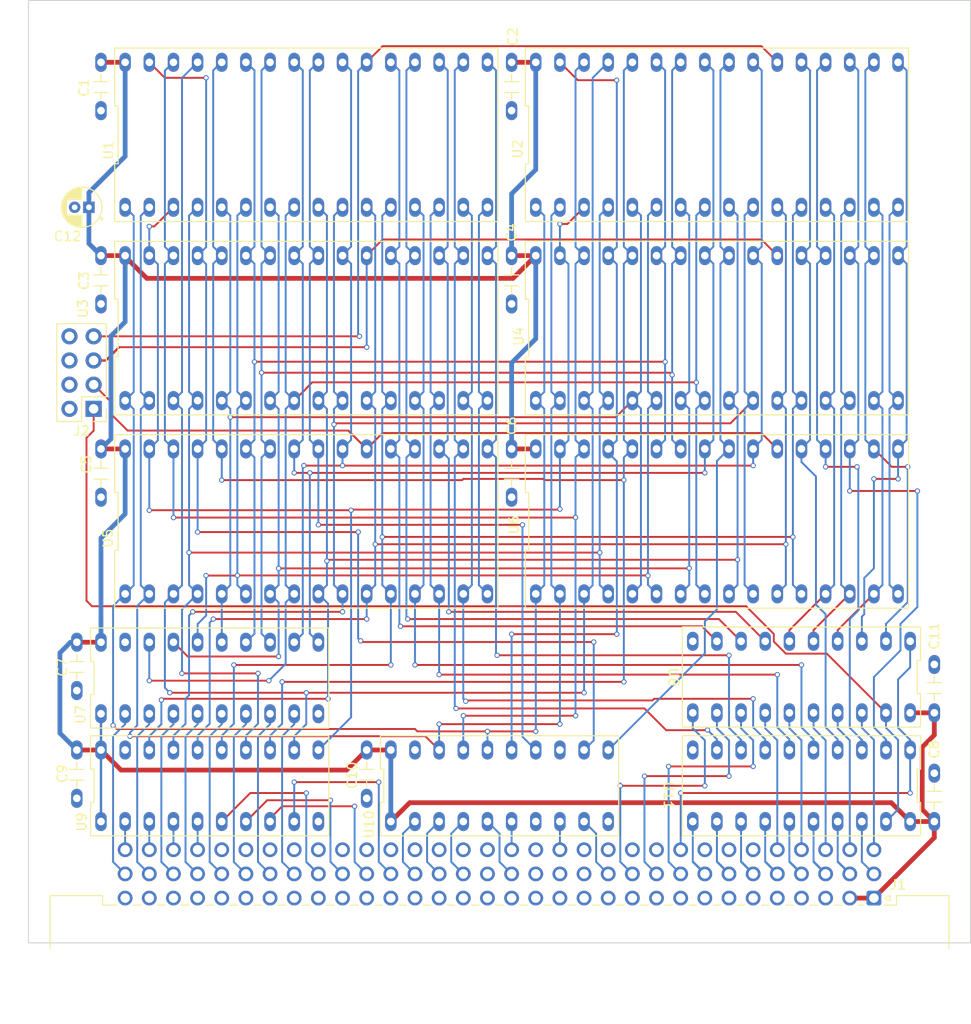
<source format=kicad_pcb>
(kicad_pcb (version 20211014) (generator pcbnew)
  (layers (0 "F.Cu" signal) (1 "In1.Cu" signal) (2 "In2.Cu" signal) (31 "B.Cu" signal) (34 "B.Paste" user) (35 "F.Paste" user) (36 "B.SilkS" user "B.Silkscreen") (37 "F.SilkS" user "F.Silkscreen") (38 "B.Mask" user) (39 "F.Mask" user) (44 "Edge.Cuts" user))
  (net 0 "")
  (net 1 "/A19")
  (net 2 "/A17")
  (net 3 "/A15")
  (net 4 "/A13")
  (net 5 "/A8")
  (net 6 "/A7")
  (net 7 "/A6")
  (net 8 "/A5")
  (net 9 "/A4")
  (net 10 "/A3")
  (net 11 "/A2")
  (net 12 "/A1")
  (net 13 "/D0")
  (net 14 "/D1")
  (net 15 "/D2")
  (net 16 "GND")
  (net 17 "/D3")
  (net 18 "/D4")
  (net 19 "/D5")
  (net 20 "/D6")
  (net 21 "/D7")
  (net 22 "/A11")
  (net 23 "/~RD_L")
  (net 24 "/A12")
  (net 25 "/A10")
  (net 26 "/A9")
  (net 27 "/A14")
  (net 28 "/~WR_L")
  (net 29 "/A18")
  (net 30 "/A16")
  (net 31 "+5V")
  (net 32 "/D8")
  (net 33 "/D9")
  (net 34 "/D10")
  (net 35 "/D11")
  (net 36 "/D12")
  (net 37 "/D13")
  (net 38 "/D14")
  (net 39 "/D15")
  (net 40 "/~RD_U")
  (net 41 "/~WR_U")
  (net 42 "/TMP0")
  (net 43 "/TMP1")
  (net 44 "/TMP2")
  (net 45 "/TMP3")
  (net 46 "/TMP4")
  (net 47 "/TMP5")
  (net 48 "/TMP10")
  (net 49 "/TMP11")
  (net 50 "/TMP12")
  (net 51 "/TMP13")
  (net 52 "/TMP14")
  (net 53 "/TMP15")
  (net 54 "/TMP16")
  (net 55 "/~A23")
  (net 56 "/~A22")
  (net 57 "/~A21")
  (net 58 "/~A20")
  (net 59 "/A23")
  (net 60 "/A22")
  (net 61 "/A21")
  (net 62 "/A20")
  (net 63 "/~AS")
  (net 64 "/~UDS")
  (net 65 "/~LDS")
  (net 66 "/~DTACK")
  (net 67 "/~BG")
  (net 68 "/~BGACK")
  (net 69 "/~BR")
  (net 70 "/CLK")
  (net 71 "/~HALT")
  (net 72 "/~RST")
  (net 73 "/~VMA")
  (net 74 "/E")
  (net 75 "/~VPA")
  (net 76 "/R{slash}~W")
  (net 77 "/~BERR")
  (net 78 "/~IPL2")
  (net 79 "/~IPL1")
  (net 80 "/~IPL0")
  (net 81 "/FC2")
  (net 82 "/FC1")
  (net 83 "/FC0")
  (net 84 "/BA19")
  (net 85 "/BA17")
  (net 86 "/BA15")
  (net 87 "/BA13")
  (net 88 "/BA8")
  (net 89 "/BA7")
  (net 90 "/BA6")
  (net 91 "/BA5")
  (net 92 "/BA4")
  (net 93 "/BA3")
  (net 94 "/BA2")
  (net 95 "/BA1")
  (net 96 "/BD0")
  (net 97 "/BD1")
  (net 98 "/BD2")
  (net 99 "/BD3")
  (net 100 "/BD4")
  (net 101 "/BD5")
  (net 102 "/BD6")
  (net 103 "/BD7")
  (net 104 "/BA11")
  (net 105 "/BA12")
  (net 106 "/BA10")
  (net 107 "/BA9")
  (net 108 "/BA14")
  (net 109 "/BA18")
  (net 110 "/BA16")
  (net 111 "/BD8")
  (net 112 "/BD9")
  (net 113 "/BD10")
  (net 114 "/BD11")
  (net 115 "/BD12")
  (net 116 "/BD13")
  (net 117 "/BD14")
  (net 118 "/BD15")
  (net 119 "/~BS")
  (net 120 "/TMP17")
  (net 121 "/TMP18")
  (net 122 "/TMP19")
  (net 123 "/~BS_0")
  (net 124 "/~BWR_L")
  (net 125 "/~BRD_L")
  (net 126 "/~BWR_U")
  (net 127 "/~BRD_U")
  (net 128 "/~BS_1")
  (net 129 "/~BS_2")
  (footprint "Connector_PinHeader_2.54mm:PinHeader_2x04_P2.54mm_Vertical" (layer "F.Cu") (at 20.818 58.166 180)
    (fp_text reference "J2")
    (fp_text value "Conn_02x04_Odd_Even")
  )
  (footprint "Footpp:DIP-2_200_ELL" (layer "F.Cu") (at 21.59 24.28 180)
    (fp_text reference "C1")
    (fp_text value "100n")
  )
  (footprint "Footpp:DIP-20" (layer "F.Cu") (at 33.02 86.46)
    (fp_text reference "U7")
    (fp_text value "74HC245")
  )
  (footprint "Capacitor_THT:CP_Radial_D4.0mm_P1.50mm" (layer "F.Cu") (at 20.32 36.98 180)
    (fp_text reference "C12")
    (fp_text value "C_Polarized")
  )
  (footprint "Footpp:DIP-20" (layer "F.Cu") (at 95.25 97.79 180)
    (fp_text reference "U11")
    (fp_text value "74HC245")
  )
  (footprint "Footpp:DIP-2_200_ELL" (layer "F.Cu") (at 64.77 44.6 180)
    (fp_text reference "C4")
    (fp_text value "100n")
  )
  (footprint "Footpp:DIP-2_200_ELL" (layer "F.Cu") (at 19.05 96.57 180)
    (fp_text reference "C9")
    (fp_text value "100n")
  )
  (footprint "Footpp:DIP-2_200_ELL" (layer "F.Cu") (at 109.22 99.01)
    (fp_text reference "C8")
    (fp_text value "100n")
  )
  (footprint "Footpp:DIP-2_200_ELL" (layer "F.Cu") (at 64.77 24.28 180)
    (fp_text reference "C2")
    (fp_text value "100n")
  )
  (footprint "Footpp:DIP-20" (layer "F.Cu") (at 95.25 86.36 180)
    (fp_text reference "U8")
    (fp_text value "74HC245")
  )
  (footprint "Footpp:DIP-32_600_ELL" (layer "F.Cu") (at 86.36 49.68)
    (fp_text reference "U4")
    (fp_text value "AS6C4008-55PCN")
  )
  (footprint "Footpp:DIP-2_200_ELL" (layer "F.Cu") (at 21.59 44.6 180)
    (fp_text reference "C3")
    (fp_text value "100n")
  )
  (footprint "Footpp:DIP-2_200_ELL" (layer "F.Cu") (at 21.59 64.92 180)
    (fp_text reference "C5")
    (fp_text value "100n")
  )
  (footprint "Footpp:DIP-20" (layer "F.Cu") (at 63.5 97.79)
    (fp_text reference "U10")
    (fp_text value "74HC245")
  )
  (footprint "Footpp:DIP-2_200_ELL" (layer "F.Cu") (at 19.05 85.24 180)
    (fp_text reference "C7")
    (fp_text value "100n")
  )
  (footprint "Footpp:DIP-32_600_ELL" (layer "F.Cu") (at 86.36 70)
    (fp_text reference "U6")
    (fp_text value "AS6C4008-55PCN")
  )
  (footprint "Footpp:DIP-32_600_ELL" (layer "F.Cu") (at 86.36 29.36)
    (fp_text reference "U2")
    (fp_text value "SST39F040")
  )
  (footprint "Footpp:DIP-2_200_ELL" (layer "F.Cu") (at 64.77 64.92 180)
    (fp_text reference "C6")
    (fp_text value "100n")
  )
  (footprint "Footpp:DIP-32_600_ELL" (layer "F.Cu") (at 43.18 49.68)
    (fp_text reference "U3")
    (fp_text value "AS6C4008-55PCN")
  )
  (footprint "Footpp:DIP-20" (layer "F.Cu") (at 33.02 97.79)
    (fp_text reference "U9")
    (fp_text value "74HC245")
  )
  (footprint "Footpp:DIP-32_600_ELL" (layer "F.Cu") (at 43.18 29.36)
    (fp_text reference "U1")
    (fp_text value "SST39F040")
  )
  (footprint "Connector_DIN:DIN41612_R_3x32_Male_Horizontal_THT" (layer "F.Cu") (at 102.87 109.595 180)
    (fp_text reference "J1")
    (fp_text value "3x32")
  )
  (footprint "Footpp:DIP-32_600_ELL" (layer "F.Cu") (at 43.18 70)
    (fp_text reference "U5")
    (fp_text value "AS6C4008-55PCN")
  )
  (footprint "Footpp:DIP-2_200_ELL" (layer "F.Cu") (at 109.22 87.58)
    (fp_text reference "C11")
    (fp_text value "100n")
  )
  (footprint "Footpp:DIP-2_200_ELL" (layer "F.Cu") (at 49.53 96.57 180)
    (fp_text reference "C10")
    (fp_text value "100n")
  )
  (gr_rect (start 13.97 15.24) (end 113.03 114.3) (layer "Edge.Cuts") (width 0.1) (fill none))
  (segment (start 58.42 105.791) (end 58.42 102.82) (width 0.2) (layer "B.Cu") (net 1))
  (segment (start 59.69 107.055) (end 58.615489 105.980489) (width 0.2) (layer "B.Cu") (net 1))
  (segment (start 58.609489 105.980489) (end 58.42 105.791) (width 0.2) (layer "B.Cu") (net 1))
  (segment (start 58.615489 105.980489) (end 58.609489 105.980489) (width 0.2) (layer "B.Cu") (net 1))
  (segment (start 58.42 102.82) (end 59.69 101.55) (width 0.2) (layer "B.Cu") (net 1))
  (segment (start 54.61 107.055) (end 53.34 105.785) (width 0.2) (layer "B.Cu") (net 2))
  (segment (start 53.34 102.82) (end 54.61 101.55) (width 0.2) (layer "B.Cu") (net 2))
  (segment (start 53.34 102.82) (end 53.34 105.785) (width 0.2) (layer "B.Cu") (net 2))
  (segment (start 40.64 99.949) (end 39.37 101.219) (width 0.2) (layer "F.Cu") (net 3))
  (segment (start 48.26 99.949) (end 40.64 99.949) (width 0.2) (layer "F.Cu") (net 3))
  (via (at 48.26 99.949) (size 0.55) (drill 0.35) (layers "F.Cu" "B.Cu") (net 3))
  (segment (start 48.26 99.949) (end 48.26 105.785) (width 0.2) (layer "B.Cu") (net 3))
  (segment (start 48.26 105.785) (end 49.53 107.055) (width 0.2) (layer "B.Cu") (net 3))
  (segment (start 43.18 98.552) (end 37.288 98.552) (width 0.2) (layer "F.Cu") (net 4))
  (segment (start 37.288 98.552) (end 34.29 101.55) (width 0.2) (layer "F.Cu") (net 4))
  (via (at 43.18 98.552) (size 0.55) (drill 0.35) (layers "F.Cu" "B.Cu") (net 4))
  (segment (start 43.369489 105.986489) (end 43.18 105.797) (width 0.2) (layer "B.Cu") (net 4))
  (segment (start 44.45 107.055) (end 43.18 105.785) (width 0.2) (layer "B.Cu") (net 4))
  (segment (start 43.375489 105.986489) (end 43.369489 105.986489) (width 0.2) (layer "B.Cu") (net 4))
  (segment (start 44.45 107.061) (end 43.375489 105.986489) (width 0.2) (layer "B.Cu") (net 4))
  (segment (start 43.18 105.785) (end 43.18 98.552) (width 0.2) (layer "B.Cu") (net 4))
  (segment (start 31.75 107.061) (end 30.675489 105.986489) (width 0.2) (layer "B.Cu") (net 5))
  (segment (start 30.48 105.797) (end 30.48 92.589) (width 0.2) (layer "B.Cu") (net 5))
  (segment (start 30.669489 105.986489) (end 30.48 105.797) (width 0.2) (layer "B.Cu") (net 5))
  (segment (start 31.75 91.319) (end 30.48 92.589) (width 0.2) (layer "B.Cu") (net 5))
  (segment (start 30.675489 105.986489) (end 30.669489 105.986489) (width 0.2) (layer "B.Cu") (net 5))
  (segment (start 31.75 90.226) (end 31.75 91.319) (width 0.2) (layer "B.Cu") (net 5))
  (segment (start 29.21 90.226) (end 29.21 91.319) (width 0.2) (layer "B.Cu") (net 6))
  (segment (start 29.21 107.061) (end 28.135489 105.986489) (width 0.2) (layer "B.Cu") (net 6))
  (segment (start 28.135489 105.986489) (end 28.129489 105.986489) (width 0.2) (layer "B.Cu") (net 6))
  (segment (start 27.94 105.797) (end 27.94 92.589) (width 0.2) (layer "B.Cu") (net 6))
  (segment (start 28.129489 105.986489) (end 27.94 105.797) (width 0.2) (layer "B.Cu") (net 6))
  (segment (start 29.21 91.319) (end 27.94 92.589) (width 0.2) (layer "B.Cu") (net 6))
  (segment (start 26.67 107.061) (end 25.595489 105.986489) (width 0.2) (layer "B.Cu") (net 7))
  (segment (start 25.595489 105.986489) (end 25.589489 105.986489) (width 0.2) (layer "B.Cu") (net 7))
  (segment (start 26.67 91.319) (end 25.4 92.589) (width 0.2) (layer "B.Cu") (net 7))
  (segment (start 26.67 90.226) (end 26.67 91.319) (width 0.2) (layer "B.Cu") (net 7))
  (segment (start 25.4 105.797) (end 25.4 92.589) (width 0.2) (layer "B.Cu") (net 7))
  (segment (start 25.589489 105.986489) (end 25.4 105.797) (width 0.2) (layer "B.Cu") (net 7))
  (segment (start 22.86 105.791) (end 22.86 92.583) (width 0.2) (layer "B.Cu") (net 8))
  (segment (start 24.13 90.22) (end 24.13 91.313) (width 0.2) (layer "B.Cu") (net 8))
  (segment (start 24.13 107.055) (end 23.055489 105.980489) (width 0.2) (layer "B.Cu") (net 8))
  (segment (start 23.055489 105.980489) (end 23.049489 105.980489) (width 0.2) (layer "B.Cu") (net 8))
  (segment (start 23.049489 105.980489) (end 22.86 105.791) (width 0.2) (layer "B.Cu") (net 8))
  (segment (start 24.13 91.313) (end 22.86 92.583) (width 0.2) (layer "B.Cu") (net 8))
  (segment (start 24.13 101.55) (end 24.13 104.515) (width 0.2) (layer "B.Cu") (net 9))
  (segment (start 26.67 101.55) (end 26.67 104.515) (width 0.2) (layer "B.Cu") (net 10))
  (segment (start 29.21 104.515) (end 29.21 101.55) (width 0.2) (layer "B.Cu") (net 11))
  (segment (start 31.75 101.55) (end 31.75 104.515) (width 0.2) (layer "B.Cu") (net 12))
  (segment (start 92.71 93.014) (end 92.71 104.565) (width 0.2) (layer "B.Cu") (net 13))
  (segment (start 91.44 91.744) (end 92.71 93.014) (width 0.2) (layer "B.Cu") (net 13))
  (segment (start 91.44 90.17) (end 91.44 91.744) (width 0.2) (layer "B.Cu") (net 13))
  (segment (start 93.98 90.17) (end 93.98 91.744) (width 0.2) (layer "B.Cu") (net 14))
  (segment (start 93.98 91.744) (end 95.25 93.014) (width 0.2) (layer "B.Cu") (net 14))
  (segment (start 95.25 93.014) (end 95.25 104.565) (width 0.2) (layer "B.Cu") (net 14))
  (segment (start 97.79 93.014) (end 97.79 104.565) (width 0.2) (layer "B.Cu") (net 15))
  (segment (start 96.52 90.17) (end 96.52 91.744) (width 0.2) (layer "B.Cu") (net 15))
  (segment (start 96.52 91.744) (end 97.79 93.014) (width 0.2) (layer "B.Cu") (net 15))
  (segment (start 61.33048 37.85652) (end 62.23 36.957) (width 0.2) (layer "B.Cu") (net 16))
  (segment (start 104.51048 58.15352) (end 105.41 57.254) (width 0.2) (layer "B.Cu") (net 16))
  (segment (start 61.33048 58.17652) (end 62.23 57.277) (width 0.2) (layer "B.Cu") (net 16))
  (segment (start 61.33048 76.69748) (end 61.33048 58.17652) (width 0.2) (layer "B.Cu") (net 16))
  (segment (start 104.51048 76.67448) (end 104.51048 58.15352) (width 0.2) (layer "B.Cu") (net 16))
  (segment (start 105.41 57.254) (end 104.51048 56.35448) (width 0.2) (layer "B.Cu") (net 16))
  (segment (start 62.23 77.597) (end 61.33048 76.69748) (width 0.2) (layer "B.Cu") (net 16))
  (segment (start 62.23 57.277) (end 61.33048 56.37748) (width 0.2) (layer "B.Cu") (net 16))
  (segment (start 104.51048 56.35448) (end 104.51048 37.83352) (width 0.2) (layer "B.Cu") (net 16))
  (segment (start 105.41 77.574) (end 104.51048 76.67448) (width 0.2) (layer "B.Cu") (net 16))
  (segment (start 61.33048 56.37748) (end 61.33048 37.85652) (width 0.2) (layer "B.Cu") (net 16))
  (segment (start 104.51048 37.83352) (end 105.41 36.934) (width 0.2) (layer "B.Cu") (net 16))
  (segment (start 99.06 91.744) (end 100.33 93.014) (width 0.2) (layer "B.Cu") (net 17))
  (segment (start 100.33 93.014) (end 100.33 104.565) (width 0.2) (layer "B.Cu") (net 17))
  (segment (start 99.06 90.17) (end 99.06 91.744) (width 0.2) (layer "B.Cu") (net 17))
  (segment (start 101.6 90.12) (end 101.6 91.694) (width 0.2) (layer "B.Cu") (net 18))
  (segment (start 102.87 92.964) (end 102.87 104.515) (width 0.2) (layer "B.Cu") (net 18))
  (segment (start 101.6 91.694) (end 102.87 92.964) (width 0.2) (layer "B.Cu") (net 18))
  (segment (start 102.87 107.055) (end 101.6 105.785) (width 0.2) (layer "B.Cu") (net 19))
  (segment (start 101.6 105.785) (end 101.6 101.55) (width 0.2) (layer "B.Cu") (net 19))
  (segment (start 100.33 107.061) (end 99.06 105.791) (width 0.2) (layer "B.Cu") (net 20))
  (segment (start 100.33 107.005) (end 99.06 105.735) (width 0.2) (layer "B.Cu") (net 20))
  (segment (start 99.06 101.55) (end 99.06 105.735) (width 0.2) (layer "B.Cu") (net 20))
  (segment (start 96.52 105.791) (end 96.52 101.55) (width 0.2) (layer "B.Cu") (net 21))
  (segment (start 97.79 107.005) (end 96.52 105.735) (width 0.2) (layer "B.Cu") (net 21))
  (segment (start 97.79 107.061) (end 96.52 105.791) (width 0.2) (layer "B.Cu") (net 21))
  (segment (start 38.295489 105.986489) (end 38.289489 105.986489) (width 0.2) (layer "B.Cu") (net 22))
  (segment (start 38.289489 105.986489) (end 38.1 105.797) (width 0.2) (layer "B.Cu") (net 22))
  (segment (start 39.37 90.226) (end 39.37 91.319) (width 0.2) (layer "B.Cu") (net 22))
  (segment (start 39.37 107.061) (end 38.295489 105.986489) (width 0.2) (layer "B.Cu") (net 22))
  (segment (start 38.1 105.797) (end 38.1 92.589) (width 0.2) (layer "B.Cu") (net 22))
  (segment (start 39.37 91.319) (end 38.1 92.589) (width 0.2) (layer "B.Cu") (net 22))
  (segment (start 73.66 105.785) (end 74.93 107.055) (width 0.2) (layer "B.Cu") (net 23))
  (segment (start 73.66 105.785) (end 73.66 102.82) (width 0.2) (layer "B.Cu") (net 23))
  (segment (start 72.39 101.55) (end 73.66 102.82) (width 0.2) (layer "B.Cu") (net 23))
  (segment (start 40.835489 105.986489) (end 40.829489 105.986489) (width 0.2) (layer "B.Cu") (net 24))
  (segment (start 40.829489 105.986489) (end 40.64 105.797) (width 0.2) (layer "B.Cu") (net 24))
  (segment (start 41.91 107.061) (end 40.835489 105.986489) (width 0.2) (layer "B.Cu") (net 24))
  (segment (start 41.91 90.226) (end 41.91 91.319) (width 0.2) (layer "B.Cu") (net 24))
  (segment (start 41.91 91.319) (end 40.64 92.589) (width 0.2) (layer "B.Cu") (net 24))
  (segment (start 40.64 105.797) (end 40.64 92.589) (width 0.2) (layer "B.Cu") (net 24))
  (segment (start 35.755489 105.986489) (end 35.749489 105.986489) (width 0.2) (layer "B.Cu") (net 25))
  (segment (start 35.749489 105.986489) (end 35.56 105.797) (width 0.2) (layer "B.Cu") (net 25))
  (segment (start 36.83 107.061) (end 35.755489 105.986489) (width 0.2) (layer "B.Cu") (net 25))
  (segment (start 35.56 105.797) (end 35.56 92.589) (width 0.2) (layer "B.Cu") (net 25))
  (segment (start 36.83 90.226) (end 36.83 91.319) (width 0.2) (layer "B.Cu") (net 25))
  (segment (start 36.83 91.319) (end 35.56 92.589) (width 0.2) (layer "B.Cu") (net 25))
  (segment (start 33.209489 105.986489) (end 33.02 105.797) (width 0.2) (layer "B.Cu") (net 26))
  (segment (start 33.02 105.797) (end 33.02 92.589) (width 0.2) (layer "B.Cu") (net 26))
  (segment (start 34.29 107.061) (end 33.215489 105.986489) (width 0.2) (layer "B.Cu") (net 26))
  (segment (start 34.29 90.226) (end 34.29 91.319) (width 0.2) (layer "B.Cu") (net 26))
  (segment (start 33.215489 105.986489) (end 33.209489 105.986489) (width 0.2) (layer "B.Cu") (net 26))
  (segment (start 34.29 91.319) (end 33.02 92.589) (width 0.2) (layer "B.Cu") (net 26))
  (segment (start 45.72 99.314) (end 39.066 99.314) (width 0.2) (layer "F.Cu") (net 27))
  (segment (start 39.066 99.314) (end 36.83 101.55) (width 0.2) (layer "F.Cu") (net 27))
  (via (at 45.72 99.314) (size 0.55) (drill 0.35) (layers "F.Cu" "B.Cu") (net 27))
  (segment (start 46.99 107.055) (end 45.72 105.785) (width 0.2) (layer "B.Cu") (net 27))
  (segment (start 45.72 105.785) (end 45.72 99.314) (width 0.2) (layer "B.Cu") (net 27))
  (segment (start 64.77 107.055) (end 63.5 105.785) (width 0.2) (layer "B.Cu") (net 28))
  (segment (start 63.5 105.785) (end 63.5 102.82) (width 0.2) (layer "B.Cu") (net 28))
  (segment (start 63.5 102.82) (end 62.23 101.55) (width 0.2) (layer "B.Cu") (net 28))
  (segment (start 57.15 107.055) (end 55.88 105.785) (width 0.2) (layer "B.Cu") (net 29))
  (segment (start 55.88 105.785) (end 55.88 102.82) (width 0.2) (layer "B.Cu") (net 29))
  (segment (start 55.88 102.82) (end 57.15 101.55) (width 0.2) (layer "B.Cu") (net 29))
  (segment (start 50.8 97.409) (end 41.91 97.409) (width 0.2) (layer "F.Cu") (net 30))
  (via (at 41.91 97.409) (size 0.55) (drill 0.35) (layers "F.Cu" "B.Cu") (net 30))
  (via (at 50.8 97.409) (size 0.55) (drill 0.35) (layers "F.Cu" "B.Cu") (net 30))
  (segment (start 50.8 105.785) (end 50.8 97.409) (width 0.2) (layer "B.Cu") (net 30))
  (segment (start 52.07 107.055) (end 50.8 105.785) (width 0.2) (layer "B.Cu") (net 30))
  (segment (start 41.91 97.409) (end 41.91 101.55) (width 0.2) (layer "B.Cu") (net 30))
  (segment (start 109.22 101.55) (end 106.68 101.55) (width 0.5) (layer "F.Cu") (net 31))
  (segment (start 102.87 109.595) (end 100.33 109.595) (width 0.5) (layer "F.Cu") (net 31))
  (segment (start 64.92 44.45) (end 26.416 44.45) (width 0.5) (layer "F.Cu") (net 31))
  (segment (start 109.22 92.456) (end 109.22 90.12) (width 0.5) (layer "F.Cu") (net 31))
  (segment (start 104.698 99.568) (end 54.052 99.568) (width 0.5) (layer "F.Cu") (net 31))
  (segment (start 107.95 93.726) (end 109.22 92.456) (width 0.5) (layer "F.Cu") (net 31))
  (segment (start 107.95 100.28) (end 107.95 93.726) (width 0.5) (layer "F.Cu") (net 31))
  (segment (start 106.68 101.55) (end 104.698 99.568) (width 0.5) (layer "F.Cu") (net 31))
  (segment (start 23.699 96.139) (end 21.59 94.03) (width 0.5) (layer "F.Cu") (net 31))
  (segment (start 21.59 62.38) (end 24.13 62.38) (width 0.5) (layer "F.Cu") (net 31))
  (segment (start 26.416 44.45) (end 24.13 42.164) (width 0.5) (layer "F.Cu") (net 31))
  (segment (start 64.77 42.06) (end 67.31 42.06) (width 0.5) (layer "F.Cu") (net 31))
  (segment (start 47.421 96.139) (end 23.699 96.139) (width 0.5) (layer "F.Cu") (net 31))
  (segment (start 64.77 21.74) (end 67.31 21.74) (width 0.5) (layer "F.Cu") (net 31))
  (segment (start 21.59 21.74) (end 24.13 21.74) (width 0.5) (layer "F.Cu") (net 31))
  (segment (start 109.22 101.55) (end 107.95 100.28) (width 0.5) (layer "F.Cu") (net 31))
  (segment (start 19.05 82.7) (end 21.59 82.7) (width 0.5) (layer "F.Cu") (net 31))
  (segment (start 49.53 94.03) (end 47.421 96.139) (width 0.5) (layer "F.Cu") (net 31))
  (segment (start 102.87 109.595) (end 109.22 103.245) (width 0.5) (layer "F.Cu") (net 31))
  (segment (start 19.05 94.03) (end 21.59 94.03) (width 0.5) (layer "F.Cu") (net 31))
  (segment (start 54.052 99.568) (end 52.07 101.55) (width 0.5) (layer "F.Cu") (net 31))
  (segment (start 67.31 42.06) (end 64.92 44.45) (width 0.5) (layer "F.Cu") (net 31))
  (segment (start 64.77 62.38) (end 67.31 62.38) (width 0.5) (layer "F.Cu") (net 31))
  (segment (start 49.53 94.03) (end 52.07 94.03) (width 0.5) (layer "F.Cu") (net 31))
  (segment (start 21.59 42.06) (end 24.13 42.06) (width 0.5) (layer "F.Cu") (net 31))
  (segment (start 109.22 103.245) (end 109.22 101.55) (width 0.5) (layer "F.Cu") (net 31))
  (segment (start 109.22 90.12) (end 106.68 90.12) (width 0.5) (layer "F.Cu") (net 31))
  (segment (start 17.272 83.82) (end 17.272 92.252) (width 0.5) (layer "B.Cu") (net 31))
  (segment (start 20.32 35.433) (end 20.32 36.98) (width 0.5) (layer "B.Cu") (net 31))
  (segment (start 52.07 94.03) (end 52.07 101.55) (width 0.5) (layer "B.Cu") (net 31))
  (segment (start 22.63952 61.33048) (end 22.63952 50.51248) (width 0.5) (layer "B.Cu") (net 31))
  (segment (start 21.59 90.22) (end 21.59 94.03) (width 0.25) (layer "B.Cu") (net 31))
  (segment (start 21.59 71.755) (end 24.13 69.215) (width 0.5) (layer "B.Cu") (net 31))
  (segment (start 21.59 101.55) (end 21.59 94.03) (width 0.25) (layer "B.Cu") (net 31))
  (segment (start 17.272 92.252) (end 19.05 94.03) (width 0.5) (layer "B.Cu") (net 31))
  (segment (start 21.59 62.38) (end 22.63952 61.33048) (width 0.5) (layer "B.Cu") (net 31))
  (segment (start 20.32 36.98) (end 20.32 40.79) (width 0.5) (layer "B.Cu") (net 31))
  (segment (start 22.63952 50.51248) (end 24.13 49.022) (width 0.5) (layer "B.Cu") (net 31))
  (segment (start 20.32 40.79) (end 21.59 42.06) (width 0.5) (layer "B.Cu") (net 31))
  (segment (start 64.77 62.38) (end 64.77 53.34) (width 0.5) (layer "B.Cu") (net 31))
  (segment (start 20.32 35.433) (end 24.13 31.623) (width 0.5) (layer "B.Cu") (net 31))
  (segment (start 21.59 82.7) (end 21.59 71.755) (width 0.5) (layer "B.Cu") (net 31))
  (segment (start 64.77 35.56) (end 67.31 33.02) (width 0.5) (layer "B.Cu") (net 31))
  (segment (start 19.05 82.7) (end 18.392 82.7) (width 0.5) (layer "B.Cu") (net 31))
  (segment (start 24.13 49.022) (end 24.13 42.06) (width 0.5) (layer "B.Cu") (net 31))
  (segment (start 67.31 50.8) (end 67.31 42.06) (width 0.5) (layer "B.Cu") (net 31))
  (segment (start 18.392 82.7) (end 17.272 83.82) (width 0.5) (layer "B.Cu") (net 31))
  (segment (start 67.31 33.02) (end 67.31 21.74) (width 0.5) (layer "B.Cu") (net 31))
  (segment (start 64.77 53.34) (end 67.31 50.8) (width 0.5) (layer "B.Cu") (net 31))
  (segment (start 64.77 42.06) (end 64.77 35.56) (width 0.5) (layer "B.Cu") (net 31))
  (segment (start 24.13 69.215) (end 24.13 62.38) (width 0.5) (layer "B.Cu") (net 31))
  (segment (start 24.13 31.623) (end 24.13 21.74) (width 0.5) (layer "B.Cu") (net 31))
  (segment (start 95.25 107.005) (end 93.98 105.735) (width 0.2) (layer "B.Cu") (net 32))
  (segment (start 95.25 107.061) (end 93.98 105.791) (width 0.2) (layer "B.Cu") (net 32))
  (segment (start 93.98 101.55) (end 93.98 105.735) (width 0.2) (layer "B.Cu") (net 32))
  (segment (start 92.71 107.061) (end 91.44 105.791) (width 0.2) (layer "B.Cu") (net 33))
  (segment (start 91.44 105.735) (end 91.44 101.55) (width 0.2) (layer "B.Cu") (net 33))
  (segment (start 92.71 107.005) (end 91.44 105.735) (width 0.2) (layer "B.Cu") (net 33))
  (segment (start 88.9 101.55) (end 88.9 105.791) (width 0.2) (layer "B.Cu") (net 34))
  (segment (start 90.17 107.061) (end 88.9 105.791) (width 0.2) (layer "B.Cu") (net 34))
  (segment (start 90.17 107.005) (end 88.9 105.735) (width 0.2) (layer "B.Cu") (net 34))
  (segment (start 87.63 107.005) (end 86.36 105.735) (width 0.2) (layer "B.Cu") (net 35))
  (segment (start 86.36 105.735) (end 86.36 101.55) (width 0.2) (layer "B.Cu") (net 35))
  (segment (start 87.63 107.061) (end 86.36 105.791) (width 0.2) (layer "B.Cu") (net 35))
  (segment (start 85.09 107.061) (end 83.82 105.791) (width 0.2) (layer "B.Cu") (net 36))
  (segment (start 85.09 107.005) (end 83.82 105.735) (width 0.2) (layer "B.Cu") (net 36))
  (segment (start 83.82 101.55) (end 83.82 105.791) (width 0.2) (layer "B.Cu") (net 36))
  (segment (start 81.28 95.758) (end 90.17 95.758) (width 0.2) (layer "F.Cu") (net 37))
  (via (at 90.17 95.758) (size 0.55) (drill 0.35) (layers "F.Cu" "B.Cu") (net 37))
  (via (at 81.28 95.758) (size 0.55) (drill 0.35) (layers "F.Cu" "B.Cu") (net 37))
  (segment (start 88.9 90.17) (end 88.9 91.744) (width 0.2) (layer "B.Cu") (net 37))
  (segment (start 90.17 95.758) (end 90.17 93.014) (width 0.2) (layer "B.Cu") (net 37))
  (segment (start 81.28 95.758) (end 81.28 105.785) (width 0.2) (layer "B.Cu") (net 37))
  (segment (start 88.9 91.744) (end 90.17 93.014) (width 0.2) (layer "B.Cu") (net 37))
  (segment (start 81.28 105.785) (end 82.55 107.055) (width 0.2) (layer "B.Cu") (net 37))
  (segment (start 78.74 96.774) (end 87.63 96.774) (width 0.2) (layer "F.Cu") (net 38))
  (via (at 78.74 96.774) (size 0.55) (drill 0.35) (layers "F.Cu" "B.Cu") (net 38))
  (via (at 87.63 96.774) (size 0.55) (drill 0.35) (layers "F.Cu" "B.Cu") (net 38))
  (segment (start 87.63 96.774) (end 87.63 93.014) (width 0.2) (layer "B.Cu") (net 38))
  (segment (start 86.36 90.17) (end 86.36 91.744) (width 0.2) (layer "B.Cu") (net 38))
  (segment (start 86.36 91.744) (end 87.63 93.014) (width 0.2) (layer "B.Cu") (net 38))
  (segment (start 80.01 107.055) (end 78.74 105.785) (width 0.2) (layer "B.Cu") (net 38))
  (segment (start 78.74 105.785) (end 78.74 96.774) (width 0.2) (layer "B.Cu") (net 38))
  (segment (start 76.2 97.79) (end 85.09 97.79) (width 0.2) (layer "F.Cu") (net 39))
  (via (at 85.09 97.79) (size 0.55) (drill 0.35) (layers "F.Cu" "B.Cu") (net 39))
  (via (at 76.2 97.79) (size 0.55) (drill 0.35) (layers "F.Cu" "B.Cu") (net 39))
  (segment (start 76.2 105.785) (end 76.2 97.536) (width 0.2) (layer "B.Cu") (net 39))
  (segment (start 83.82 90.17) (end 83.82 91.744) (width 0.2) (layer "B.Cu") (net 39))
  (segment (start 85.09 97.536) (end 85.09 93.014) (width 0.2) (layer "B.Cu") (net 39))
  (segment (start 77.47 107.055) (end 76.2 105.785) (width 0.2) (layer "B.Cu") (net 39))
  (segment (start 83.82 91.744) (end 85.09 93.014) (width 0.2) (layer "B.Cu") (net 39))
  (segment (start 64.77 104.515) (end 64.77 101.55) (width 0.2) (layer "B.Cu") (net 40))
  (segment (start 69.85 101.55) (end 69.85 104.515) (width 0.2) (layer "B.Cu") (net 41))
  (segment (start 82.55 98.552) (end 106.68 98.552) (width 0.2) (layer "F.Cu") (net 76))
  (via (at 82.55 98.552) (size 0.55) (drill 0.35) (layers "F.Cu" "B.Cu") (net 76))
  (via (at 106.68 98.552) (size 0.55) (drill 0.35) (layers "F.Cu" "B.Cu") (net 76))
  (segment (start 82.55 104.515) (end 82.55 98.552) (width 0.2) (layer "B.Cu") (net 76))
  (segment (start 106.68 92.964) (end 105.41 91.694) (width 0.2) (layer "B.Cu") (net 76))
  (segment (start 106.68 94.03) (end 106.68 92.964) (width 0.2) (layer "B.Cu") (net 76))
  (segment (start 106.68 85.344) (end 106.68 82.6) (width 0.2) (layer "B.Cu") (net 76))
  (segment (start 106.68 98.552) (end 106.68 94.03) (width 0.2) (layer "B.Cu") (net 76))
  (segment (start 105.41 91.694) (end 105.41 86.614) (width 0.2) (layer "B.Cu") (net 76))
  (segment (start 105.41 86.614) (end 106.68 85.344) (width 0.2) (layer "B.Cu") (net 76))
  (segment (start 54.864 92.075) (end 62.23 92.075) (width 0.2) (layer "F.Cu") (net 84))
  (segment (start 67.31 92.075) (end 62.23 92.075) (width 0.2) (layer "F.Cu") (net 84))
  (segment (start 23.241 91.821) (end 54.61 91.821) (width 0.2) (layer "F.Cu") (net 84))
  (segment (start 23.241 91.821) (end 22.86 91.44) (width 0.2) (layer "F.Cu") (net 84))
  (segment (start 54.61 91.821) (end 54.864 92.075) (width 0.2) (layer "F.Cu") (net 84))
  (via (at 22.86 91.44) (size 0.55) (drill 0.35) (layers "F.Cu" "B.Cu") (net 84))
  (via (at 62.23 92.075) (size 0.55) (drill 0.35) (layers "F.Cu" "B.Cu") (net 84))
  (via (at 67.31 92.075) (size 0.55) (drill 0.35) (layers "F.Cu" "B.Cu") (net 84))
  (segment (start 68.20952 58.17652) (end 67.31 57.277) (width 0.2) (layer "B.Cu") (net 84))
  (segment (start 25.02952 56.40048) (end 25.02952 37.87952) (width 0.2) (layer "B.Cu") (net 84))
  (segment (start 24.13 77.62) (end 22.86 78.89) (width 0.2) (layer "B.Cu") (net 84))
  (segment (start 67.31 57.277) (end 68.20952 56.37748) (width 0.2) (layer "B.Cu") (net 84))
  (segment (start 68.20952 56.37748) (end 68.20952 37.85652) (width 0.2) (layer "B.Cu") (net 84))
  (segment (start 67.31 77.597) (end 68.20952 76.69748) (width 0.2) (layer "B.Cu") (net 84))
  (segment (start 22.86 78.89) (end 22.86 91.44) (width 0.2) (layer "B.Cu") (net 84))
  (segment (start 25.02952 76.72048) (end 25.02952 58.19952) (width 0.2) (layer "B.Cu") (net 84))
  (segment (start 25.02952 58.19952) (end 24.13 57.3) (width 0.2) (layer "B.Cu") (net 84))
  (segment (start 24.13 77.62) (end 25.02952 76.72048) (width 0.2) (layer "B.Cu") (net 84))
  (segment (start 62.23 92.075) (end 62.23 94.03) (width 0.2) (layer "B.Cu") (net 84))
  (segment (start 67.31 77.62) (end 67.31 92.075) (width 0.2) (layer "B.Cu") (net 84))
  (segment (start 24.13 57.3) (end 25.02952 56.40048) (width 0.2) (layer "B.Cu") (net 84))
  (segment (start 25.02952 37.87952) (end 24.13 36.98) (width 0.2) (layer "B.Cu") (net 84))
  (segment (start 68.20952 76.69748) (end 68.20952 58.17652) (width 0.2) (layer "B.Cu") (net 84))
  (segment (start 68.20952 37.85652) (end 67.31 36.957) (width 0.2) (layer "B.Cu") (net 84))
  (segment (start 69.85 91.313) (end 57.15 91.313) (width 0.2) (layer "F.Cu") (net 85))
  (segment (start 57.15 94.03) (end 55.703 92.583) (width 0.2) (layer "F.Cu") (net 85))
  (segment (start 55.703 92.583) (end 24.638 92.583) (width 0.2) (layer "F.Cu") (net 85))
  (via (at 69.85 91.313) (size 0.55) (drill 0.35) (layers "F.Cu" "B.Cu") (net 85))
  (via (at 57.15 91.313) (size 0.55) (drill 0.35) (layers "F.Cu" "B.Cu") (net 85))
  (via (at 24.638 92.583) (size 0.55) (drill 0.35) (layers "F.Cu" "B.Cu") (net 85))
  (segment (start 25.4 78.89) (end 25.4 91.44) (width 0.2) (layer "B.Cu") (net 85))
  (segment (start 69.85 57.277) (end 68.95048 56.37748) (width 0.2) (layer "B.Cu") (net 85))
  (segment (start 57.15 91.313) (end 57.15 94.03) (width 0.2) (layer "B.Cu") (net 85))
  (segment (start 68.95048 76.69748) (end 68.95048 58.17652) (width 0.2) (layer "B.Cu") (net 85))
  (segment (start 25.77048 56.40048) (end 25.77048 37.87952) (width 0.2) (layer "B.Cu") (net 85))
  (segment (start 69.85 77.62) (end 69.85 91.313) (width 0.2) (layer "B.Cu") (net 85))
  (segment (start 69.85 77.597) (end 68.95048 76.69748) (width 0.2) (layer "B.Cu") (net 85))
  (segment (start 25.77048 58.19952) (end 26.67 57.3) (width 0.2) (layer "B.Cu") (net 85))
  (segment (start 25.77048 76.72048) (end 25.77048 58.19952) (width 0.2) (layer "B.Cu") (net 85))
  (segment (start 25.4 91.44) (end 24.638 92.202) (width 0.2) (layer "B.Cu") (net 85))
  (segment (start 26.67 77.62) (end 25.77048 76.72048) (width 0.2) (layer "B.Cu") (net 85))
  (segment (start 68.95048 37.85652) (end 69.85 36.957) (width 0.2) (layer "B.Cu") (net 85))
  (segment (start 26.67 77.62) (end 25.4 78.89) (width 0.2) (layer "B.Cu") (net 85))
  (segment (start 26.67 57.3) (end 25.77048 56.40048) (width 0.2) (layer "B.Cu") (net 85))
  (segment (start 68.95048 56.37748) (end 68.95048 37.85652) (width 0.2) (layer "B.Cu") (net 85))
  (segment (start 24.638 92.202) (end 24.638 92.583) (width 0.2) (layer "B.Cu") (net 85))
  (segment (start 25.77048 37.87952) (end 26.67 36.98) (width 0.2) (layer "B.Cu") (net 85))
  (segment (start 68.95048 58.17652) (end 69.85 57.277) (width 0.2) (layer "B.Cu") (net 85))
  (segment (start 43.18 88.011) (end 72.39 88.011) (width 0.2) (layer "F.Cu") (net 86))
  (segment (start 43.18 88.011) (end 28.829 88.011) (width 0.2) (layer "F.Cu") (net 86))
  (via (at 43.18 88.011) (size 0.55) (drill 0.35) (layers "F.Cu" "B.Cu") (net 86))
  (via (at 28.829 88.011) (size 0.55) (drill 0.35) (layers "F.Cu" "B.Cu") (net 86))
  (via (at 72.39 88.011) (size 0.55) (drill 0.35) (layers "F.Cu" "B.Cu") (net 86))
  (segment (start 41.91 92.583) (end 43.18 91.313) (width 0.2) (layer "B.Cu") (net 86))
  (segment (start 72.39 57.3) (end 73.28952 56.40048) (width 0.2) (layer "B.Cu") (net 86))
  (segment (start 28.31048 87.49248) (end 28.31048 78.51952) (width 0.2) (layer "B.Cu") (net 86))
  (segment (start 28.31048 78.51952) (end 29.21 77.62) (width 0.2) (layer "B.Cu") (net 86))
  (segment (start 72.39 88.011) (end 72.39 77.62) (width 0.2) (layer "B.Cu") (net 86))
  (segment (start 73.28952 23.38048) (end 74.93 21.74) (width 0.2) (layer "B.Cu") (net 86))
  (segment (start 43.18 91.313) (end 43.18 88.011) (width 0.2) (layer "B.Cu") (net 86))
  (segment (start 30.10952 56.40048) (end 30.10952 23.38048) (width 0.2) (layer "B.Cu") (net 86))
  (segment (start 72.39 57.3) (end 73.28952 58.19952) (width 0.2) (layer "B.Cu") (net 86))
  (segment (start 73.28952 56.40048) (end 73.28952 23.38048) (width 0.2) (layer "B.Cu") (net 86))
  (segment (start 29.21 57.3) (end 30.10952 56.40048) (width 0.2) (layer "B.Cu") (net 86))
  (segment (start 30.10952 58.19952) (end 30.10952 76.72048) (width 0.2) (layer "B.Cu") (net 86))
  (segment (start 41.91 94.03) (end 41.91 92.583) (width 0.2) (layer "B.Cu") (net 86))
  (segment (start 73.28952 58.19952) (end 73.28952 76.72048) (width 0.2) (layer "B.Cu") (net 86))
  (segment (start 28.829 88.011) (end 28.31048 87.49248) (width 0.2) (layer "B.Cu") (net 86))
  (segment (start 29.21 57.3) (end 30.10952 58.19952) (width 0.2) (layer "B.Cu") (net 86))
  (segment (start 30.10952 23.38048) (end 31.75 21.74) (width 0.2) (layer "B.Cu") (net 86))
  (segment (start 30.10952 76.72048) (end 29.21 77.62) (width 0.2) (layer "B.Cu") (net 86))
  (segment (start 73.28952 76.72048) (end 72.39 77.62) (width 0.2) (layer "B.Cu") (net 86))
  (segment (start 30.861 73.279) (end 30.85048 73.26848) (width 0.2) (layer "F.Cu") (net 87))
  (segment (start 30.099 85.979) (end 38.1 85.979) (width 0.2) (layer "F.Cu") (net 87))
  (segment (start 74.041 73.279) (end 30.861 73.279) (width 0.2) (layer "F.Cu") (net 87))
  (via (at 30.85048 73.26848) (size 0.55) (drill 0.35) (layers "F.Cu" "B.Cu") (net 87))
  (via (at 38.1 85.979) (size 0.55) (drill 0.35) (layers "F.Cu" "B.Cu") (net 87))
  (via (at 30.099 85.979) (size 0.55) (drill 0.35) (layers "F.Cu" "B.Cu") (net 87))
  (via (at 74.041 73.279) (size 0.55) (drill 0.35) (layers "F.Cu" "B.Cu") (net 87))
  (segment (start 30.85048 56.37748) (end 30.85048 37.85652) (width 0.2) (layer "B.Cu") (net 87))
  (segment (start 38.1 91.263) (end 36.83 92.533) (width 0.2) (layer "B.Cu") (net 87))
  (segment (start 30.85048 37.85652) (end 31.75 36.957) (width 0.2) (layer "B.Cu") (net 87))
  (segment (start 31.75 77.597) (end 30.85048 76.69748) (width 0.2) (layer "B.Cu") (net 87))
  (segment (start 74.03048 76.67448) (end 74.03048 58.15352) (width 0.2) (layer "B.Cu") (net 87))
  (segment (start 36.83 92.533) (end 36.83 93.98) (width 0.2) (layer "B.Cu") (net 87))
  (segment (start 30.85048 73.26848) (end 30.85048 58.17652) (width 0.2) (layer "B.Cu") (net 87))
  (segment (start 74.03048 56.35448) (end 74.03048 37.83352) (width 0.2) (layer "B.Cu") (net 87))
  (segment (start 74.93 77.574) (end 74.03048 76.67448) (width 0.2) (layer "B.Cu") (net 87))
  (segment (start 30.10952 79.26048) (end 31.75 77.62) (width 0.2) (layer "B.Cu") (net 87))
  (segment (start 30.85048 76.69748) (end 30.85048 73.26848) (width 0.2) (layer "B.Cu") (net 87))
  (segment (start 74.03048 58.15352) (end 74.93 57.254) (width 0.2) (layer "B.Cu") (net 87))
  (segment (start 30.85048 58.17652) (end 31.75 57.277) (width 0.2) (layer "B.Cu") (net 87))
  (segment (start 74.03048 37.83352) (end 74.93 36.934) (width 0.2) (layer "B.Cu") (net 87))
  (segment (start 38.1 85.979) (end 38.1 91.263) (width 0.2) (layer "B.Cu") (net 87))
  (segment (start 30.099 85.979) (end 30.10952 85.96848) (width 0.2) (layer "B.Cu") (net 87))
  (segment (start 31.75 57.277) (end 30.85048 56.37748) (width 0.2) (layer "B.Cu") (net 87))
  (segment (start 30.10952 85.96848) (end 30.10952 79.26048) (width 0.2) (layer "B.Cu") (net 87))
  (segment (start 74.93 57.254) (end 74.03048 56.35448) (width 0.2) (layer "B.Cu") (net 87))
  (segment (start 75.72552 59.04448) (end 35.18952 59.04448) (width 0.2) (layer "F.Cu") (net 88))
  (segment (start 77.47 57.3) (end 75.72552 59.04448) (width 0.2) (layer "F.Cu") (net 88))
  (via (at 35.18952 59.04448) (size 0.55) (drill 0.35) (layers "F.Cu" "B.Cu") (net 88))
  (segment (start 77.47 57.254) (end 78.36952 56.35448) (width 0.2) (layer "B.Cu") (net 88))
  (segment (start 34.29 77.597) (end 35.18952 76.69748) (width 0.2) (layer "B.Cu") (net 88))
  (segment (start 35.18952 76.69748) (end 35.18952 59.04448) (width 0.2) (layer "B.Cu") (net 88))
  (segment (start 77.47 77.574) (end 78.36952 76.67448) (width 0.2) (layer "B.Cu") (net 88))
  (segment (start 78.36952 37.83352) (end 77.47 36.934) (width 0.2) (layer "B.Cu") (net 88))
  (segment (start 78.36952 56.35448) (end 78.36952 37.83352) (width 0.2) (layer "B.Cu") (net 88))
  (segment (start 35.18952 56.37748) (end 35.18952 37.85652) (width 0.2) (layer "B.Cu") (net 88))
  (segment (start 78.36952 58.15352) (end 77.47 57.254) (width 0.2) (layer "B.Cu") (net 88))
  (segment (start 78.36952 76.67448) (end 78.36952 58.15352) (width 0.2) (layer "B.Cu") (net 88))
  (segment (start 35.18952 37.85652) (end 34.29 36.957) (width 0.2) (layer "B.Cu") (net 88))
  (segment (start 35.18952 59.04448) (end 35.18952 58.17652) (width 0.2) (layer "B.Cu") (net 88))
  (segment (start 35.18952 58.17652) (end 34.29 57.277) (width 0.2) (layer "B.Cu") (net 88))
  (segment (start 34.29 57.277) (end 35.18952 56.37748) (width 0.2) (layer "B.Cu") (net 88))
  (segment (start 34.29 82.7) (end 34.29 77.62) (width 0.2) (layer "B.Cu") (net 88))
  (segment (start 79.08944 75.68148) (end 79.11048 75.70252) (width 0.2) (layer "F.Cu") (net 89))
  (segment (start 35.91996 75.692) (end 35.93048 75.68148) (width 0.2) (layer "F.Cu") (net 89))
  (segment (start 32.639 75.692) (end 35.91996 75.692) (width 0.2) (layer "F.Cu") (net 89))
  (segment (start 35.93048 75.68148) (end 79.08944 75.68148) (width 0.2) (layer "F.Cu") (net 89))
  (via (at 79.11048 75.70252) (size 0.55) (drill 0.35) (layers "F.Cu" "B.Cu") (net 89))
  (via (at 32.639 75.692) (size 0.55) (drill 0.35) (layers "F.Cu" "B.Cu") (net 89))
  (via (at 35.93048 75.68148) (size 0.55) (drill 0.35) (layers "F.Cu" "B.Cu") (net 89))
  (segment (start 79.11048 76.67448) (end 79.11048 75.70252) (width 0.2) (layer "B.Cu") (net 89))
  (segment (start 80.01 57.254) (end 79.11048 56.35448) (width 0.2) (layer "B.Cu") (net 89))
  (segment (start 35.93048 76.69748) (end 35.93048 58.17652) (width 0.2) (layer "B.Cu") (net 89))
  (segment (start 32.639 75.692) (end 32.64952 75.70252) (width 0.2) (layer "B.Cu") (net 89))
  (segment (start 31.75 82.7) (end 31.75 80.79304) (width 0.2) (layer "B.Cu") (net 89))
  (segment (start 31.75 80.79304) (end 32.64952 79.89352) (width 0.2) (layer "B.Cu") (net 89))
  (segment (start 80.01 77.574) (end 79.11048 76.67448) (width 0.2) (layer "B.Cu") (net 89))
  (segment (start 35.93048 58.17652) (end 36.83 57.277) (width 0.2) (layer "B.Cu") (net 89))
  (segment (start 79.11048 75.70252) (end 79.11048 58.15352) (width 0.2) (layer "B.Cu") (net 89))
  (segment (start 36.83 57.277) (end 35.93048 56.37748) (width 0.2) (layer "B.Cu") (net 89))
  (segment (start 32.64952 75.70252) (end 32.64952 79.89352) (width 0.2) (layer "B.Cu") (net 89))
  (segment (start 35.93048 37.85652) (end 36.83 36.957) (width 0.2) (layer "B.Cu") (net 89))
  (segment (start 35.93048 56.37748) (end 35.93048 37.85652) (width 0.2) (layer "B.Cu") (net 89))
  (segment (start 79.11048 56.35448) (end 79.11048 37.83352) (width 0.2) (layer "B.Cu") (net 89))
  (segment (start 79.11048 58.15352) (end 80.01 57.254) (width 0.2) (layer "B.Cu") (net 89))
  (segment (start 36.83 77.597) (end 35.93048 76.69748) (width 0.2) (layer "B.Cu") (net 89))
  (segment (start 79.11048 37.83352) (end 80.01 36.934) (width 0.2) (layer "B.Cu") (net 89))
  (segment (start 83.42848 74.94052) (end 83.44952 74.91948) (width 0.2) (layer "F.Cu") (net 90))
  (segment (start 40.259 84.201) (end 30.711 84.201) (width 0.2) (layer "F.Cu") (net 90))
  (segment (start 30.711 84.201) (end 29.21 82.7) (width 0.2) (layer "F.Cu") (net 90))
  (segment (start 40.26952 74.94052) (end 83.42848 74.94052) (width 0.2) (layer "F.Cu") (net 90))
  (via (at 40.259 84.201) (size 0.55) (drill 0.35) (layers "F.Cu" "B.Cu") (net 90))
  (via (at 40.26952 74.94052) (size 0.55) (drill 0.35) (layers "F.Cu" "B.Cu") (net 90))
  (via (at 83.44952 74.91948) (size 0.55) (drill 0.35) (layers "F.Cu" "B.Cu") (net 90))
  (segment (start 83.44952 58.15352) (end 82.55 57.254) (width 0.2) (layer "B.Cu") (net 90))
  (segment (start 40.26952 76.69748) (end 40.26952 74.94052) (width 0.2) (layer "B.Cu") (net 90))
  (segment (start 83.44952 74.91948) (end 83.44952 58.15352) (width 0.2) (layer "B.Cu") (net 90))
  (segment (start 82.55 57.254) (end 83.44952 56.35448) (width 0.2) (layer "B.Cu") (net 90))
  (segment (start 39.37 77.597) (end 40.26952 76.69748) (width 0.2) (layer "B.Cu") (net 90))
  (segment (start 39.37 77.62) (end 40.26952 78.51952) (width 0.2) (layer "B.Cu") (net 90))
  (segment (start 40.26952 74.94052) (end 40.26952 58.17652) (width 0.2) (layer "B.Cu") (net 90))
  (segment (start 83.44952 37.83352) (end 82.55 36.934) (width 0.2) (layer "B.Cu") (net 90))
  (segment (start 40.26952 58.17652) (end 39.37 57.277) (width 0.2) (layer "B.Cu") (net 90))
  (segment (start 39.37 57.277) (end 40.26952 56.37748) (width 0.2) (layer "B.Cu") (net 90))
  (segment (start 82.55 77.574) (end 83.44952 76.67448) (width 0.2) (layer "B.Cu") (net 90))
  (segment (start 40.26952 84.19048) (end 40.259 84.201) (width 0.2) (layer "B.Cu") (net 90))
  (segment (start 40.26952 78.51952) (end 40.26952 84.19048) (width 0.2) (layer "B.Cu") (net 90))
  (segment (start 83.44952 76.67448) (end 83.44952 74.91948) (width 0.2) (layer "B.Cu") (net 90))
  (segment (start 40.26952 37.85652) (end 39.37 36.957) (width 0.2) (layer "B.Cu") (net 90))
  (segment (start 40.26952 56.37748) (end 40.26952 37.85652) (width 0.2) (layer "B.Cu") (net 90))
  (segment (start 83.44952 56.35448) (end 83.44952 37.83352) (width 0.2) (layer "B.Cu") (net 90))
  (segment (start 43.20952 55.97748) (end 43.80448 55.38252) (width 0.2) (layer "F.Cu") (net 91))
  (segment (start 43.20952 56.00048) (end 43.20952 55.97748) (width 0.2) (layer "F.Cu") (net 91))
  (segment (start 43.80448 55.38252) (end 84.19048 55.38252) (width 0.2) (layer "F.Cu") (net 91))
  (segment (start 39.243 86.741) (end 26.67 86.741) (width 0.2) (layer "F.Cu") (net 91))
  (segment (start 41.91 57.3) (end 43.20952 56.00048) (width 0.2) (layer "F.Cu") (net 91))
  (via (at 84.19048 55.38252) (size 0.55) (drill 0.35) (layers "F.Cu" "B.Cu") (net 91))
  (via (at 39.243 86.741) (size 0.55) (drill 0.35) (layers "F.Cu" "B.Cu") (net 91))
  (via (at 26.67 86.741) (size 0.55) (drill 0.35) (layers "F.Cu" "B.Cu") (net 91))
  (segment (start 84.19048 56.35448) (end 84.19048 55.38252) (width 0.2) (layer "B.Cu") (net 91))
  (segment (start 84.19048 37.83352) (end 85.09 36.934) (width 0.2) (layer "B.Cu") (net 91))
  (segment (start 41.01048 84.97352) (end 41.01048 78.51952) (width 0.2) (layer "B.Cu") (net 91))
  (segment (start 41.91 77.597) (end 41.01048 76.69748) (width 0.2) (layer "B.Cu") (net 91))
  (segment (start 84.19048 55.38252) (end 84.19048 37.83352) (width 0.2) (layer "B.Cu") (net 91))
  (segment (start 84.19048 58.15352) (end 85.09 57.254) (width 0.2) (layer "B.Cu") (net 91))
  (segment (start 26.67 86.741) (end 26.67 82.7) (width 0.2) (layer "B.Cu") (net 91))
  (segment (start 85.09 77.574) (end 84.19048 76.67448) (width 0.2) (layer "B.Cu") (net 91))
  (segment (start 41.01048 78.51952) (end 41.91 77.62) (width 0.2) (layer "B.Cu") (net 91))
  (segment (start 41.01048 76.69748) (end 41.01048 58.17652) (width 0.2) (layer "B.Cu") (net 91))
  (segment (start 41.01048 56.37748) (end 41.01048 37.85652) (width 0.2) (layer "B.Cu") (net 91))
  (segment (start 41.01048 37.85652) (end 41.91 36.957) (width 0.2) (layer "B.Cu") (net 91))
  (segment (start 41.01048 58.17652) (end 41.91 57.277) (width 0.2) (layer "B.Cu") (net 91))
  (segment (start 39.243 86.741) (end 41.01048 84.97352) (width 0.2) (layer "B.Cu") (net 91))
  (segment (start 41.91 57.277) (end 41.01048 56.37748) (width 0.2) (layer "B.Cu") (net 91))
  (segment (start 84.19048 76.67448) (end 84.19048 58.15352) (width 0.2) (layer "B.Cu") (net 91))
  (segment (start 85.09 57.254) (end 84.19048 56.35448) (width 0.2) (layer "B.Cu") (net 91))
  (segment (start 45.34952 74.15748) (end 45.47652 74.03048) (width 0.2) (layer "F.Cu") (net 92))
  (segment (start 45.47652 74.03048) (end 88.52952 74.03048) (width 0.2) (layer "F.Cu") (net 92))
  (segment (start 28.067 88.646) (end 27.94 88.773) (width 0.2) (layer "F.Cu") (net 92))
  (segment (start 45.466 88.646) (end 28.067 88.646) (width 0.2) (layer "F.Cu") (net 92))
  (via (at 45.34952 74.15748) (size 0.55) (drill 0.35) (layers "F.Cu" "B.Cu") (net 92))
  (via (at 45.466 88.646) (size 0.55) (drill 0.35) (layers "F.Cu" "B.Cu") (net 92))
  (via (at 27.94 88.773) (size 0.55) (drill 0.35) (layers "F.Cu" "B.Cu") (net 92))
  (via (at 88.52952 74.03048) (size 0.55) (drill 0.35) (layers "F.Cu" "B.Cu") (net 92))
  (segment (start 88.52952 76.67448) (end 88.52952 74.03048) (width 0.2) (layer "B.Cu") (net 92))
  (segment (start 45.34952 37.85652) (end 44.45 36.957) (width 0.2) (layer "B.Cu") (net 92))
  (segment (start 88.52952 56.35448) (end 88.52952 37.83352) (width 0.2) (layer "B.Cu") (net 92))
  (segment (start 44.45 77.597) (end 45.34952 76.69748) (width 0.2) (layer "B.Cu") (net 92))
  (segment (start 44.45 57.277) (end 45.34952 56.37748) (width 0.2) (layer "B.Cu") (net 92))
  (segment (start 27.94 88.773) (end 27.94 91.313) (width 0.2) (layer "B.Cu") (net 92))
  (segment (start 88.52952 74.03048) (end 88.52952 58.15352) (width 0.2) (layer "B.Cu") (net 92))
  (segment (start 27.94 91.313) (end 26.67 92.583) (width 0.2) (layer "B.Cu") (net 92))
  (segment (start 88.52952 58.15352) (end 87.63 57.254) (width 0.2) (layer "B.Cu") (net 92))
  (segment (start 45.34952 76.69748) (end 45.34952 74.15748) (width 0.2) (layer "B.Cu") (net 92))
  (segment (start 45.34952 56.37748) (end 45.34952 37.85652) (width 0.2) (layer "B.Cu") (net 92))
  (segment (start 45.34952 58.17652) (end 44.45 57.277) (width 0.2) (layer "B.Cu") (net 92))
  (segment (start 44.45 77.62) (end 45.466 78.636) (width 0.2) (layer "B.Cu") (net 92))
  (segment (start 45.466 78.636) (end 45.466 88.646) (width 0.2) (layer "B.Cu") (net 92))
  (segment (start 45.34952 74.15748) (end 45.34952 58.17652) (width 0.2) (layer "B.Cu") (net 92))
  (segment (start 87.63 77.574) (end 88.52952 76.67448) (width 0.2) (layer "B.Cu") (net 92))
  (segment (start 26.67 92.583) (end 26.67 94.03) (width 0.2) (layer "B.Cu") (net 92))
  (segment (start 87.63 57.254) (end 88.52952 56.35448) (width 0.2) (layer "B.Cu") (net 92))
  (segment (start 88.52952 37.83352) (end 87.63 36.934) (width 0.2) (layer "B.Cu") (net 92))
  (segment (start 87.78 59.69) (end 46.20696 59.69) (width 0.2) (layer "F.Cu") (net 93))
  (segment (start 46.20696 59.69) (end 46.09048 59.80648) (width 0.2) (layer "F.Cu") (net 93))
  (segment (start 31.242 79.502) (end 46.99 79.502) (width 0.2) (layer "F.Cu") (net 93))
  (segment (start 90.17 57.3) (end 87.78 59.69) (width 0.2) (layer "F.Cu") (net 93))
  (via (at 46.99 79.502) (size 0.55) (drill 0.35) (layers "F.Cu" "B.Cu") (net 93))
  (via (at 31.242 79.502) (size 0.55) (drill 0.35) (layers "F.Cu" "B.Cu") (net 93))
  (via (at 46.09048 59.80648) (size 0.55) (drill 0.35) (layers "F.Cu" "B.Cu") (net 93))
  (segment (start 30.85048 88.27552) (end 30.48 88.646) (width 0.2) (layer "B.Cu") (net 93))
  (segment (start 30.48 91.263) (end 30.48 88.646) (width 0.2) (layer "B.Cu") (net 93))
  (segment (start 46.09048 59.80648) (end 46.09048 58.17652) (width 0.2) (layer "B.Cu") (net 93))
  (segment (start 30.85048 79.89352) (end 30.85048 88.27552) (width 0.2) (layer "B.Cu") (net 93))
  (segment (start 46.09048 58.17652) (end 46.99 57.277) (width 0.2) (layer "B.Cu") (net 93))
  (segment (start 89.27048 76.67448) (end 89.27048 58.15352) (width 0.2) (layer "B.Cu") (net 93))
  (segment (start 46.09048 56.37748) (end 46.09048 37.85652) (width 0.2) (layer "B.Cu") (net 93))
  (segment (start 90.17 57.254) (end 89.27048 56.35448) (width 0.2) (layer "B.Cu") (net 93))
  (segment (start 46.99 57.277) (end 46.09048 56.37748) (width 0.2) (layer "B.Cu") (net 93))
  (segment (start 29.21 92.533) (end 30.48 91.263) (width 0.2) (layer "B.Cu") (net 93))
  (segment (start 46.09048 37.85652) (end 46.99 36.957) (width 0.2) (layer "B.Cu") (net 93))
  (segment (start 89.27048 56.35448) (end 89.27048 37.83352) (width 0.2) (layer "B.Cu") (net 93))
  (segment (start 89.27048 58.15352) (end 90.17 57.254) (width 0.2) (layer "B.Cu") (net 93))
  (segment (start 31.242 79.502) (end 30.85048 79.89352) (width 0.2) (layer "B.Cu") (net 93))
  (segment (start 90.17 77.574) (end 89.27048 76.67448) (width 0.2) (layer "B.Cu") (net 93))
  (segment (start 29.21 93.98) (end 29.21 92.533) (width 0.2) (layer "B.Cu") (net 93))
  (segment (start 46.09048 76.69748) (end 46.09048 59.80648) (width 0.2) (layer "B.Cu") (net 93))
  (segment (start 46.99 79.502) (end 46.99 77.62) (width 0.2) (layer "B.Cu") (net 93))
  (segment (start 89.27048 37.83352) (end 90.17 36.934) (width 0.2) (layer "B.Cu") (net 93))
  (segment (start 46.99 77.597) (end 46.09048 76.69748) (width 0.2) (layer "B.Cu") (net 93))
  (segment (start 33.401 80.264) (end 49.53 80.264) (width 0.2) (layer "F.Cu") (net 94))
  (segment (start 50.42952 72.40052) (end 93.60952 72.40052) (width 0.2) (layer "F.Cu") (net 94))
  (via (at 93.60952 72.40052) (size 0.55) (drill 0.35) (layers "F.Cu" "B.Cu") (net 94))
  (via (at 50.42952 72.40052) (size 0.55) (drill 0.35) (layers "F.Cu" "B.Cu") (net 94))
  (via (at 33.401 80.264) (size 0.55) (drill 0.35) (layers "F.Cu" "B.Cu") (net 94))
  (via (at 49.53 80.264) (size 0.55) (drill 0.35) (layers "F.Cu" "B.Cu") (net 94))
  (segment (start 50.42952 56.37748) (end 50.42952 37.85652) (width 0.2) (layer "B.Cu") (net 94))
  (segment (start 49.53 57.277) (end 50.42952 56.37748) (width 0.2) (layer "B.Cu") (net 94))
  (segment (start 93.60952 72.40052) (end 93.60952 58.15352) (width 0.2) (layer "B.Cu") (net 94))
  (segment (start 93.60952 58.15352) (end 92.71 57.254) (width 0.2) (layer "B.Cu") (net 94))
  (segment (start 49.53 77.597) (end 50.42952 76.69748) (width 0.2) (layer "B.Cu") (net 94))
  (segment (start 50.42952 37.85652) (end 49.53 36.957) (width 0.2) (layer "B.Cu") (net 94))
  (segment (start 93.60952 76.67448) (end 93.60952 72.40052) (width 0.2) (layer "B.Cu") (net 94))
  (segment (start 31.75 92.533) (end 33.02 91.263) (width 0.2) (layer "B.Cu") (net 94))
  (segment (start 93.60952 56.35448) (end 93.60952 37.83352) (width 0.2) (layer "B.Cu") (net 94))
  (segment (start 49.53 80.264) (end 49.53 77.62) (width 0.2) (layer "B.Cu") (net 94))
  (segment (start 33.02 80.645) (end 33.401 80.264) (width 0.2) (layer "B.Cu") (net 94))
  (segment (start 92.71 77.574) (end 93.60952 76.67448) (width 0.2) (layer "B.Cu") (net 94))
  (segment (start 50.42952 76.69748) (end 50.42952 72.40052) (width 0.2) (layer "B.Cu") (net 94))
  (segment (start 50.42952 72.40052) (end 50.42952 58.17652) (width 0.2) (layer "B.Cu") (net 94))
  (segment (start 31.75 93.98) (end 31.75 92.533) (width 0.2) (layer "B.Cu") (net 94))
  (segment (start 33.02 91.263) (end 33.02 80.645) (width 0.2) (layer "B.Cu") (net 94))
  (segment (start 50.42952 58.17652) (end 49.53 57.277) (width 0.2) (layer "B.Cu") (net 94))
  (segment (start 92.71 57.254) (end 93.60952 56.35448) (width 0.2) (layer "B.Cu") (net 94))
  (segment (start 93.60952 37.83352) (end 92.71 36.934) (width 0.2) (layer "B.Cu") (net 94))
  (segment (start 51.181 71.628) (end 94.33996 71.628) (width 0.2) (layer "F.Cu") (net 95))
  (segment (start 35.56 85.09) (end 52.07 85.09) (width 0.2) (layer "F.Cu") (net 95))
  (segment (start 94.33996 71.628) (end 94.35048 71.63852) (width 0.2) (layer "F.Cu") (net 95))
  (segment (start 51.17048 71.63852) (end 51.181 71.628) (width 0.2) (layer "F.Cu") (net 95))
  (via (at 35.56 85.09) (size 0.55) (drill 0.35) (layers "F.Cu" "B.Cu") (net 95))
  (via (at 52.07 85.09) (size 0.55) (drill 0.35) (layers "F.Cu" "B.Cu") (net 95))
  (via (at 51.17048 71.63852) (size 0.55) (drill 0.35) (layers "F.Cu" "B.Cu") (net 95))
  (via (at 94.35048 71.63852) (size 0.55) (drill 0.35) (layers "F.Cu" "B.Cu") (net 95))
  (segment (start 51.17048 71.63852) (end 51.17048 58.17652) (width 0.2) (layer "B.Cu") (net 95))
  (segment (start 95.25 57.254) (end 94.35048 56.35448) (width 0.2) (layer "B.Cu") (net 95))
  (segment (start 52.07 85.09) (end 52.07 77.62) (width 0.2) (layer "B.Cu") (net 95))
  (segment (start 94.35048 71.63852) (end 94.35048 58.15352) (width 0.2) (layer "B.Cu") (net 95))
  (segment (start 52.07 57.277) (end 51.17048 56.37748) (width 0.2) (layer "B.Cu") (net 95))
  (segment (start 51.17048 76.69748) (end 51.17048 71.63852) (width 0.2) (layer "B.Cu") (net 95))
  (segment (start 51.17048 58.17652) (end 52.07 57.277) (width 0.2) (layer "B.Cu") (net 95))
  (segment (start 34.29 92.533) (end 35.56 91.263) (width 0.2) (layer "B.Cu") (net 95))
  (segment (start 51.17048 56.37748) (end 51.17048 37.85652) (width 0.2) (layer "B.Cu") (net 95))
  (segment (start 94.35048 56.35448) (end 94.35048 37.83352) (width 0.2) (layer "B.Cu") (net 95))
  (segment (start 51.17048 37.85652) (end 52.07 36.957) (width 0.2) (layer "B.Cu") (net 95))
  (segment (start 94.35048 37.83352) (end 95.25 36.934) (width 0.2) (layer "B.Cu") (net 95))
  (segment (start 34.29 93.98) (end 34.29 92.533) (width 0.2) (layer "B.Cu") (net 95))
  (segment (start 94.35048 76.67448) (end 94.35048 71.63852) (width 0.2) (layer "B.Cu") (net 95))
  (segment (start 95.25 77.574) (end 94.35048 76.67448) (width 0.2) (layer "B.Cu") (net 95))
  (segment (start 94.35048 58.15352) (end 95.25 57.254) (width 0.2) (layer "B.Cu") (net 95))
  (segment (start 52.07 77.597) (end 51.17048 76.69748) (width 0.2) (layer "B.Cu") (net 95))
  (segment (start 35.56 91.263) (end 35.56 85.09) (width 0.2) (layer "B.Cu") (net 95))
  (segment (start 97.79 77.62) (end 93.98 81.43) (width 0.2) (layer "F.Cu") (net 96))
  (segment (start 93.98 81.43) (end 93.98 82.6) (width 0.2) (layer "F.Cu") (net 96))
  (segment (start 97.79 57.254) (end 98.68952 56.35448) (width 0.2) (layer "B.Cu") (net 96))
  (segment (start 98.68952 76.67448) (end 98.68952 58.15352) (width 0.2) (layer "B.Cu") (net 96))
  (segment (start 98.68952 58.15352) (end 97.79 57.254) (width 0.2) (layer "B.Cu") (net 96))
  (segment (start 97.79 77.574) (end 98.68952 76.67448) (width 0.2) (layer "B.Cu") (net 96))
  (segment (start 98.68952 37.83352) (end 97.79 36.934) (width 0.2) (layer "B.Cu") (net 96))
  (segment (start 98.68952 56.35448) (end 98.68952 37.83352) (width 0.2) (layer "B.Cu") (net 96))
  (segment (start 100.33 77.62) (end 96.52 81.43) (width 0.2) (layer "F.Cu") (net 97))
  (segment (start 96.52 81.43) (end 96.52 82.6) (width 0.2) (layer "F.Cu") (net 97))
  (segment (start 99.43048 58.15352) (end 100.33 57.254) (width 0.2) (layer "B.Cu") (net 97))
  (segment (start 100.33 57.254) (end 99.43048 56.35448) (width 0.2) (layer "B.Cu") (net 97))
  (segment (start 100.33 77.574) (end 99.43048 76.67448) (width 0.2) (layer "B.Cu") (net 97))
  (segment (start 99.43048 76.67448) (end 99.43048 58.15352) (width 0.2) (layer "B.Cu") (net 97))
  (segment (start 99.43048 37.83352) (end 100.33 36.934) (width 0.2) (layer "B.Cu") (net 97))
  (segment (start 99.43048 56.35448) (end 99.43048 37.83352) (width 0.2) (layer "B.Cu") (net 97))
  (segment (start 99.06 82.6) (end 99.06 81.43) (width 0.2) (layer "F.Cu") (net 98))
  (segment (start 99.06 81.43) (end 102.87 77.62) (width 0.2) (layer "F.Cu") (net 98))
  (segment (start 103.76952 37.83352) (end 102.87 36.934) (width 0.2) (layer "B.Cu") (net 98))
  (segment (start 103.76952 58.15352) (end 102.87 57.254) (width 0.2) (layer "B.Cu") (net 98))
  (segment (start 103.76952 76.67448) (end 103.76952 58.15352) (width 0.2) (layer "B.Cu") (net 98))
  (segment (start 102.87 77.574) (end 103.76952 76.67448) (width 0.2) (layer "B.Cu") (net 98))
  (segment (start 102.87 57.254) (end 103.76952 56.35448) (width 0.2) (layer "B.Cu") (net 98))
  (segment (start 103.76952 56.35448) (end 103.76952 37.83352) (width 0.2) (layer "B.Cu") (net 98))
  (segment (start 102.87 65.532) (end 105.41 65.532) (width 0.2) (layer "F.Cu") (net 99))
  (via (at 105.41 65.532) (size 0.55) (drill 0.35) (layers "F.Cu" "B.Cu") (net 99))
  (via (at 102.87 65.532) (size 0.55) (drill 0.35) (layers "F.Cu" "B.Cu") (net 99))
  (segment (start 106.30952 42.91352) (end 105.41 42.014) (width 0.2) (layer "B.Cu") (net 99))
  (segment (start 102.87 74.93) (end 102.87 65.532) (width 0.2) (layer "B.Cu") (net 99))
  (segment (start 105.41 62.334) (end 106.30952 61.43448) (width 0.2) (layer "B.Cu") (net 99))
  (segment (start 101.6 82.6) (end 101.6 80.01) (width 0.2) (layer "B.Cu") (net 99))
  (segment (start 105.41 42.014) (end 106.30952 41.11448) (width 0.2) (layer "B.Cu") (net 99))
  (segment (start 106.30952 41.11448) (end 106.30952 22.59352) (width 0.2) (layer "B.Cu") (net 99))
  (segment (start 106.30952 22.59352) (end 105.41 21.694) (width 0.2) (layer "B.Cu") (net 99))
  (segment (start 101.854 75.946) (end 102.87 74.93) (width 0.2) (layer "B.Cu") (net 99))
  (segment (start 101.854 79.756) (end 101.854 75.946) (width 0.2) (layer "B.Cu") (net 99))
  (segment (start 105.41 65.532) (end 105.41 62.38) (width 0.2) (layer "B.Cu") (net 99))
  (segment (start 106.30952 61.43448) (end 106.30952 42.91352) (width 0.2) (layer "B.Cu") (net 99))
  (segment (start 101.6 80.01) (end 101.854 79.756) (width 0.2) (layer "B.Cu") (net 99))
  (segment (start 104.752 64.262) (end 102.87 62.38) (width 0.2) (layer "F.Cu") (net 100))
  (segment (start 106.426 64.262) (end 104.752 64.262) (width 0.2) (layer "F.Cu") (net 100))
  (via (at 106.426 64.262) (size 0.55) (drill 0.35) (layers "F.Cu" "B.Cu") (net 100))
  (segment (start 101.97048 61.43448) (end 101.97048 42.91352) (width 0.2) (layer "B.Cu") (net 100))
  (segment (start 104.14 82.6) (end 104.14 80.772) (width 0.2) (layer "B.Cu") (net 100))
  (segment (start 101.97048 42.91352) (end 102.87 42.014) (width 0.2) (layer "B.Cu") (net 100))
  (segment (start 101.97048 22.59352) (end 102.87 21.694) (width 0.2) (layer "B.Cu") (net 100))
  (segment (start 102.87 42.014) (end 101.97048 41.11448) (width 0.2) (layer "B.Cu") (net 100))
  (segment (start 101.97048 41.11448) (end 101.97048 22.59352) (width 0.2) (layer "B.Cu") (net 100))
  (segment (start 106.426 78.486) (end 106.426 64.262) (width 0.2) (layer "B.Cu") (net 100))
  (segment (start 104.14 80.772) (end 106.426 78.486) (width 0.2) (layer "B.Cu") (net 100))
  (segment (start 102.87 62.334) (end 101.97048 61.43448) (width 0.2) (layer "B.Cu") (net 100))
  (segment (start 107.442 66.802) (end 100.33 66.802) (width 0.2) (layer "F.Cu") (net 101))
  (via (at 107.442 66.802) (size 0.55) (drill 0.35) (layers "F.Cu" "B.Cu") (net 101))
  (via (at 100.33 66.802) (size 0.55) (drill 0.35) (layers "F.Cu" "B.Cu") (net 101))
  (segment (start 102.87 91.644) (end 102.87 86.36) (width 0.2) (layer "B.Cu") (net 101))
  (segment (start 100.33 66.802) (end 100.33 62.38) (width 0.2) (layer "B.Cu") (net 101))
  (segment (start 104.14 93.98) (end 104.14 92.914) (width 0.2) (layer "B.Cu") (net 101))
  (segment (start 102.87 86.36) (end 105.664 83.566) (width 0.2) (layer "B.Cu") (net 101))
  (segment (start 100.33 42.014) (end 101.22952 41.11448) (width 0.2) (layer "B.Cu") (net 101))
  (segment (start 101.22952 41.11448) (end 101.22952 22.59352) (width 0.2) (layer "B.Cu") (net 101))
  (segment (start 101.22952 22.59352) (end 100.33 21.694) (width 0.2) (layer "B.Cu") (net 101))
  (segment (start 107.442 78.994) (end 107.442 66.802) (width 0.2) (layer "B.Cu") (net 101))
  (segment (start 101.22952 42.91352) (end 100.33 42.014) (width 0.2) (layer "B.Cu") (net 101))
  (segment (start 104.14 92.914) (end 102.87 91.644) (width 0.2) (layer "B.Cu") (net 101))
  (segment (start 105.664 83.566) (end 105.664 80.772) (width 0.2) (layer "B.Cu") (net 101))
  (segment (start 101.22952 61.43448) (end 101.22952 42.91352) (width 0.2) (layer "B.Cu") (net 101))
  (segment (start 100.33 62.334) (end 101.22952 61.43448) (width 0.2) (layer "B.Cu") (net 101))
  (segment (start 105.664 80.772) (end 107.442 78.994) (width 0.2) (layer "B.Cu") (net 101))
  (segment (start 101.092 64.262) (end 97.79 64.262) (width 0.2) (layer "F.Cu") (net 102))
  (via (at 97.79 64.262) (size 0.55) (drill 0.35) (layers "F.Cu" "B.Cu") (net 102))
  (via (at 101.092 64.262) (size 0.55) (drill 0.35) (layers "F.Cu" "B.Cu") (net 102))
  (segment (start 100.33 80.264) (end 101.22952 79.36448) (width 0.2) (layer "B.Cu") (net 102))
  (segment (start 96.89048 22.59352) (end 97.79 21.694) (width 0.2) (layer "B.Cu") (net 102))
  (segment (start 101.22952 64.39952) (end 101.092 64.262) (width 0.2) (layer "B.Cu") (net 102))
  (segment (start 101.22952 79.36448) (end 101.22952 64.39952) (width 0.2) (layer "B.Cu") (net 102))
  (segment (start 96.89048 41.11448) (end 96.89048 22.59352) (width 0.2) (layer "B.Cu") (net 102))
  (segment (start 96.89048 42.91352) (end 97.79 42.014) (width 0.2) (layer "B.Cu") (net 102))
  (segment (start 97.79 64.262) (end 97.79 62.38) (width 0.2) (layer "B.Cu") (net 102))
  (segment (start 101.6 92.964) (end 100.33 91.694) (width 0.2) (layer "B.Cu") (net 102))
  (segment (start 97.79 42.014) (end 96.89048 41.11448) (width 0.2) (layer "B.Cu") (net 102))
  (segment (start 97.79 62.334) (end 96.89048 61.43448) (width 0.2) (layer "B.Cu") (net 102))
  (segment (start 96.89048 61.43448) (end 96.89048 42.91352) (width 0.2) (layer "B.Cu") (net 102))
  (segment (start 101.6 94.03) (end 101.6 92.964) (width 0.2) (layer "B.Cu") (net 102))
  (segment (start 100.33 91.694) (end 100.33 80.264) (width 0.2) (layer "B.Cu") (net 102))
  (segment (start 95.25 63.754) (end 95.25 62.38) (width 0.2) (layer "B.Cu") (net 103))
  (segment (start 99.06 92.914) (end 97.79 91.644) (width 0.2) (layer "B.Cu") (net 103))
  (segment (start 96.774 78.74) (end 96.774 65.278) (width 0.2) (layer "B.Cu") (net 103))
  (segment (start 96.774 65.278) (end 95.25 63.754) (width 0.2) (layer "B.Cu") (net 103))
  (segment (start 97.79 91.644) (end 97.79 79.756) (width 0.2) (layer "B.Cu") (net 103))
  (segment (start 99.06 93.98) (end 99.06 92.914) (width 0.2) (layer "B.Cu") (net 103))
  (segment (start 95.25 62.334) (end 96.14952 61.43448) (width 0.2) (layer "B.Cu") (net 103))
  (segment (start 96.14952 42.91352) (end 95.25 42.014) (width 0.2) (layer "B.Cu") (net 103))
  (segment (start 96.14952 22.59352) (end 95.25 21.694) (width 0.2) (layer "B.Cu") (net 103))
  (segment (start 97.79 79.756) (end 96.774 78.74) (width 0.2) (layer "B.Cu") (net 103))
  (segment (start 95.25 42.014) (end 96.14952 41.11448) (width 0.2) (layer "B.Cu") (net 103))
  (segment (start 96.14952 61.43448) (end 96.14952 42.91352) (width 0.2) (layer "B.Cu") (net 103))
  (segment (start 96.14952 41.11448) (end 96.14952 22.59352) (width 0.2) (layer "B.Cu") (net 103))
  (segment (start 46.99 64.135) (end 90.17 64.135) (width 0.2) (layer "F.Cu") (net 104))
  (segment (start 42.926 64.135) (end 46.99 64.135) (width 0.2) (layer "F.Cu") (net 104))
  (via (at 46.99 64.135) (size 0.55) (drill 0.35) (layers "F.Cu" "B.Cu") (net 104))
  (via (at 90.17 64.135) (size 0.55) (drill 0.35) (layers "F.Cu" "B.Cu") (net 104))
  (via (at 42.926 64.135) (size 0.55) (drill 0.35) (layers "F.Cu" "B.Cu") (net 104))
  (segment (start 42.80952 64.25148) (end 42.926 64.135) (width 0.2) (layer "B.Cu") (net 104))
  (segment (start 46.99 42.014) (end 47.88952 41.11448) (width 0.2) (layer "B.Cu") (net 104))
  (segment (start 47.88952 22.59352) (end 46.99 21.694) (width 0.2) (layer "B.Cu") (net 104))
  (segment (start 91.06952 22.59352) (end 90.17 21.694) (width 0.2) (layer "B.Cu") (net 104))
  (segment (start 42.80952 81.80048) (end 42.80952 64.25148) (width 0.2) (layer "B.Cu") (net 104))
  (segment (start 90.17 64.135) (end 90.17 62.38) (width 0.2) (layer "B.Cu") (net 104))
  (segment (start 90.17 62.334) (end 91.06952 61.43448) (width 0.2) (layer "B.Cu") (net 104))
  (segment (start 46.99 64.135) (end 46.99 62.38) (width 0.2) (layer "B.Cu") (net 104))
  (segment (start 47.88952 42.91352) (end 46.99 42.014) (width 0.2) (layer "B.Cu") (net 104))
  (segment (start 90.17 42.014) (end 91.06952 41.11448) (width 0.2) (layer "B.Cu") (net 104))
  (segment (start 47.88952 61.43448) (end 47.88952 42.91352) (width 0.2) (layer "B.Cu") (net 104))
  (segment (start 91.06952 42.91352) (end 90.17 42.014) (width 0.2) (layer "B.Cu") (net 104))
  (segment (start 91.06952 61.43448) (end 91.06952 42.91352) (width 0.2) (layer "B.Cu") (net 104))
  (segment (start 91.06952 41.11448) (end 91.06952 22.59352) (width 0.2) (layer "B.Cu") (net 104))
  (segment (start 47.88952 41.11448) (end 47.88952 22.59352) (width 0.2) (layer "B.Cu") (net 104))
  (segment (start 46.99 62.334) (end 47.88952 61.43448) (width 0.2) (layer "B.Cu") (net 104))
  (segment (start 41.91 82.7) (end 42.80952 81.80048) (width 0.2) (layer "B.Cu") (net 104))
  (segment (start 43.561 64.897) (end 85.09 64.897) (width 0.2) (layer "F.Cu") (net 105))
  (segment (start 43.561 64.897) (end 41.91 64.897) (width 0.2) (layer "F.Cu") (net 105))
  (via (at 43.561 64.897) (size 0.55) (drill 0.35) (layers "F.Cu" "B.Cu") (net 105))
  (via (at 85.09 64.897) (size 0.55) (drill 0.35) (layers "F.Cu" "B.Cu") (net 105))
  (via (at 41.91 64.897) (size 0.55) (drill 0.35) (layers "F.Cu" "B.Cu") (net 105))
  (segment (start 85.98952 61.43448) (end 85.98952 42.91352) (width 0.2) (layer "B.Cu") (net 105))
  (segment (start 85.98952 22.59352) (end 85.09 21.694) (width 0.2) (layer "B.Cu") (net 105))
  (segment (start 85.09 64.897) (end 85.09 62.38) (width 0.2) (layer "B.Cu") (net 105))
  (segment (start 85.98952 42.91352) (end 85.09 42.014) (width 0.2) (layer "B.Cu") (net 105))
  (segment (start 85.09 42.014) (end 85.98952 41.11448) (width 0.2) (layer "B.Cu") (net 105))
  (segment (start 42.80952 42.91352) (end 41.91 42.014) (width 0.2) (layer "B.Cu") (net 105))
  (segment (start 42.80952 22.59352) (end 41.91 21.694) (width 0.2) (layer "B.Cu") (net 105))
  (segment (start 42.80952 41.11448) (end 42.80952 22.59352) (width 0.2) (layer "B.Cu") (net 105))
  (segment (start 85.98952 41.11448) (end 85.98952 22.59352) (width 0.2) (layer "B.Cu") (net 105))
  (segment (start 43.55048 64.90752) (end 43.561 64.897) (width 0.2) (layer "B.Cu") (net 105))
  (segment (start 43.55048 81.80048) (end 43.55048 64.90752) (width 0.2) (layer "B.Cu") (net 105))
  (segment (start 41.91 42.014) (end 42.80952 41.11448) (width 0.2) (layer "B.Cu") (net 105))
  (segment (start 42.80952 61.43448) (end 42.80952 42.91352) (width 0.2) (layer "B.Cu") (net 105))
  (segment (start 41.91 62.334) (end 42.80952 61.43448) (width 0.2) (layer "B.Cu") (net 105))
  (segment (start 44.45 82.7) (end 43.55048 81.80048) (width 0.2) (layer "B.Cu") (net 105))
  (segment (start 41.91 64.897) (end 41.91 62.38) (width 0.2) (layer "B.Cu") (net 105))
  (segment (start 85.09 62.334) (end 85.98952 61.43448) (width 0.2) (layer "B.Cu") (net 105))
  (segment (start 81.41752 54.36652) (end 38.47048 54.36652) (width 0.2) (layer "F.Cu") (net 106))
  (segment (start 81.65048 54.59948) (end 81.41752 54.36652) (width 0.2) (layer "F.Cu") (net 106))
  (via (at 81.65048 54.59948) (size 0.55) (drill 0.35) (layers "F.Cu" "B.Cu") (net 106))
  (via (at 38.47048 54.36652) (size 0.55) (drill 0.35) (layers "F.Cu" "B.Cu") (net 106))
  (segment (start 38.47048 22.59352) (end 39.37 21.694) (width 0.2) (layer "B.Cu") (net 106))
  (segment (start 38.47048 54.36652) (end 38.47048 42.91352) (width 0.2) (layer "B.Cu") (net 106))
  (segment (start 81.65048 54.59948) (end 81.65048 42.91352) (width 0.2) (layer "B.Cu") (net 106))
  (segment (start 81.65048 61.43448) (end 81.65048 54.59948) (width 0.2) (layer "B.Cu") (net 106))
  (segment (start 38.47048 42.91352) (end 39.37 42.014) (width 0.2) (layer "B.Cu") (net 106))
  (segment (start 38.47048 41.11448) (end 38.47048 22.59352) (width 0.2) (layer "B.Cu") (net 106))
  (segment (start 39.37 62.334) (end 38.47048 61.43448) (width 0.2) (layer "B.Cu") (net 106))
  (segment (start 81.65048 22.59352) (end 82.55 21.694) (width 0.2) (layer "B.Cu") (net 106))
  (segment (start 81.65048 41.11448) (end 81.65048 22.59352) (width 0.2) (layer "B.Cu") (net 106))
  (segment (start 82.55 42.014) (end 81.65048 41.11448) (width 0.2) (layer "B.Cu") (net 106))
  (segment (start 81.65048 42.91352) (end 82.55 42.014) (width 0.2) (layer "B.Cu") (net 106))
  (segment (start 39.37 42.014) (end 38.47048 41.11448) (width 0.2) (layer "B.Cu") (net 106))
  (segment (start 39.37 82.7) (end 38.47048 81.80048) (width 0.2) (layer "B.Cu") (net 106))
  (segment (start 82.55 62.334) (end 81.65048 61.43448) (width 0.2) (layer "B.Cu") (net 106))
  (segment (start 38.47048 81.80048) (end 38.47048 63.27952) (width 0.2) (layer "B.Cu") (net 106))
  (segment (start 38.47048 63.27952) (end 39.37 62.38) (width 0.2) (layer "B.Cu") (net 106))
  (segment (start 38.47048 61.43448) (end 38.47048 54.36652) (width 0.2) (layer "B.Cu") (net 106))
  (segment (start 80.90952 53.22352) (end 80.899 53.213) (width 0.2) (layer "F.Cu") (net 107))
  (segment (start 80.899 53.213) (end 37.74004 53.213) (width 0.2) (layer "F.Cu") (net 107))
  (segment (start 37.74004 53.213) (end 37.72952 53.22352) (width 0.2) (layer "F.Cu") (net 107))
  (via (at 80.90952 53.22352) (size 0.55) (drill 0.35) (layers "F.Cu" "B.Cu") (net 107))
  (via (at 37.72952 53.22352) (size 0.55) (drill 0.35) (layers "F.Cu" "B.Cu") (net 107))
  (segment (start 37.72952 63.27952) (end 37.72952 81.80048) (width 0.2) (layer "B.Cu") (net 107))
  (segment (start 37.72952 81.80048) (end 36.83 82.7) (width 0.2) (layer "B.Cu") (net 107))
  (segment (start 37.72952 22.59352) (end 36.83 21.694) (width 0.2) (layer "B.Cu") (net 107))
  (segment (start 37.72952 53.22352) (end 37.72952 42.91352) (width 0.2) (layer "B.Cu") (net 107))
  (segment (start 80.01 62.334) (end 80.90952 61.43448) (width 0.2) (layer "B.Cu") (net 107))
  (segment (start 36.83 62.334) (end 37.72952 61.43448) (width 0.2) (layer "B.Cu") (net 107))
  (segment (start 36.83 42.014) (end 37.72952 41.11448) (width 0.2) (layer "B.Cu") (net 107))
  (segment (start 80.90952 53.22352) (end 80.90952 42.91352) (width 0.2) (layer "B.Cu") (net 107))
  (segment (start 80.01 42.014) (end 80.90952 41.11448) (width 0.2) (layer "B.Cu") (net 107))
  (segment (start 37.72952 61.43448) (end 37.72952 53.22352) (width 0.2) (layer "B.Cu") (net 107))
  (segment (start 80.90952 61.43448) (end 80.90952 53.22352) (width 0.2) (layer "B.Cu") (net 107))
  (segment (start 36.83 62.38) (end 37.72952 63.27952) (width 0.2) (layer "B.Cu") (net 107))
  (segment (start 80.90952 22.59352) (end 80.01 21.694) (width 0.2) (layer "B.Cu") (net 107))
  (segment (start 80.90952 41.11448) (end 80.90952 22.59352) (width 0.2) (layer "B.Cu") (net 107))
  (segment (start 80.90952 42.91352) (end 80.01 42.014) (width 0.2) (layer "B.Cu") (net 107))
  (segment (start 37.72952 41.11448) (end 37.72952 22.59352) (width 0.2) (layer "B.Cu") (net 107))
  (segment (start 37.72952 42.91352) (end 36.83 42.014) (width 0.2) (layer "B.Cu") (net 107))
  (segment (start 76.55996 65.659) (end 76.57048 65.64848) (width 0.2) (layer "F.Cu") (net 108))
  (segment (start 40.64 86.868) (end 76.581 86.868) (width 0.2) (layer "F.Cu") (net 108))
  (segment (start 68.199 65.659) (end 76.55996 65.659) (width 0.2) (layer "F.Cu") (net 108))
  (segment (start 59.563 65.659) (end 59.69 65.532) (width 0.2) (layer "F.Cu") (net 108))
  (segment (start 68.072 65.532) (end 68.199 65.659) (width 0.2) (layer "F.Cu") (net 108))
  (segment (start 34.29 65.659) (end 59.563 65.659) (width 0.2) (layer "F.Cu") (net 108))
  (segment (start 59.69 65.532) (end 68.072 65.532) (width 0.2) (layer "F.Cu") (net 108))
  (via (at 40.64 86.868) (size 0.55) (drill 0.35) (layers "F.Cu" "B.Cu") (net 108))
  (via (at 76.57048 65.64848) (size 0.55) (drill 0.35) (layers "F.Cu" "B.Cu") (net 108))
  (via (at 76.581 86.868) (size 0.55) (drill 0.35) (layers "F.Cu" "B.Cu") (net 108))
  (via (at 34.29 65.659) (size 0.55) (drill 0.35) (layers "F.Cu" "B.Cu") (net 108))
  (segment (start 76.57048 86.85748) (end 76.581 86.868) (width 0.2) (layer "B.Cu") (net 108))
  (segment (start 33.39048 41.11448) (end 33.39048 22.59352) (width 0.2) (layer "B.Cu") (net 108))
  (segment (start 76.57048 42.91352) (end 77.47 42.014) (width 0.2) (layer "B.Cu") (net 108))
  (segment (start 77.47 42.014) (end 76.57048 41.11448) (width 0.2) (layer "B.Cu") (net 108))
  (segment (start 77.47 62.38) (end 76.57048 63.27952) (width 0.2) (layer "B.Cu") (net 108))
  (segment (start 39.37 92.533) (end 39.37 93.98) (width 0.2) (layer "B.Cu") (net 108))
  (segment (start 34.29 62.334) (end 33.39048 61.43448) (width 0.2) (layer "B.Cu") (net 108))
  (segment (start 40.64 86.868) (end 40.64 91.263) (width 0.2) (layer "B.Cu") (net 108))
  (segment (start 33.39048 61.43448) (end 33.39048 42.91352) (width 0.2) (layer "B.Cu") (net 108))
  (segment (start 40.64 91.263) (end 39.37 92.533) (width 0.2) (layer "B.Cu") (net 108))
  (segment (start 76.57048 22.59352) (end 77.47 21.694) (width 0.2) (layer "B.Cu") (net 108))
  (segment (start 76.57048 65.64848) (end 76.57048 86.85748) (width 0.2) (layer "B.Cu") (net 108))
  (segment (start 76.57048 61.43448) (end 76.57048 42.91352) (width 0.2) (layer "B.Cu") (net 108))
  (segment (start 76.57048 41.11448) (end 76.57048 22.59352) (width 0.2) (layer "B.Cu") (net 108))
  (segment (start 34.29 42.014) (end 33.39048 41.11448) (width 0.2) (layer "B.Cu") (net 108))
  (segment (start 33.39048 22.59352) (end 34.29 21.694) (width 0.2) (layer "B.Cu") (net 108))
  (segment (start 77.47 62.334) (end 76.57048 61.43448) (width 0.2) (layer "B.Cu") (net 108))
  (segment (start 34.29 65.659) (end 34.29 62.38) (width 0.2) (layer "B.Cu") (net 108))
  (segment (start 33.39048 42.91352) (end 34.29 42.014) (width 0.2) (layer "B.Cu") (net 108))
  (segment (start 76.57048 63.27952) (end 76.57048 65.64848) (width 0.2) (layer "B.Cu") (net 108))
  (segment (start 29.21 69.596) (end 71.47996 69.596) (width 0.2) (layer "F.Cu") (net 109))
  (segment (start 71.47996 69.596) (end 71.49048 69.58548) (width 0.2) (layer "F.Cu") (net 109))
  (segment (start 71.501 90.424) (end 59.69 90.424) (width 0.2) (layer "F.Cu") (net 109))
  (via (at 71.501 90.424) (size 0.55) (drill 0.35) (layers "F.Cu" "B.Cu") (net 109))
  (via (at 29.21 69.596) (size 0.55) (drill 0.35) (layers "F.Cu" "B.Cu") (net 109))
  (via (at 71.49048 69.58548) (size 0.55) (drill 0.35) (layers "F.Cu" "B.Cu") (net 109))
  (via (at 59.69 90.424) (size 0.55) (drill 0.35) (layers "F.Cu" "B.Cu") (net 109))
  (segment (start 28.31048 61.45748) (end 28.31048 42.93652) (width 0.2) (layer "B.Cu") (net 109))
  (segment (start 59.69 90.551) (end 59.69 94.03) (width 0.2) (layer "B.Cu") (net 109))
  (segment (start 29.21 62.38) (end 29.21 69.596) (width 0.2) (layer "B.Cu") (net 109))
  (segment (start 29.21 62.357) (end 28.31048 61.45748) (width 0.2) (layer "B.Cu") (net 109))
  (segment (start 71.49048 22.61652) (end 72.39 21.717) (width 0.2) (layer "B.Cu") (net 109))
  (segment (start 71.49048 41.13748) (end 71.49048 22.61652) (width 0.2) (layer "B.Cu") (net 109))
  (segment (start 72.39 62.357) (end 71.49048 61.45748) (width 0.2) (layer "B.Cu") (net 109))
  (segment (start 28.31048 22.61652) (end 29.21 21.717) (width 0.2) (layer "B.Cu") (net 109))
  (segment (start 71.49048 42.93652) (end 72.39 42.037) (width 0.2) (layer "B.Cu") (net 109))
  (segment (start 71.49048 69.58548) (end 71.49048 90.54048) (width 0.2) (layer "B.Cu") (net 109))
  (segment (start 28.31048 41.13748) (end 28.31048 22.61652) (width 0.2) (layer "B.Cu") (net 109))
  (segment (start 72.39 42.037) (end 71.49048 41.13748) (width 0.2) (layer "B.Cu") (net 109))
  (segment (start 29.21 42.037) (end 28.31048 41.13748) (width 0.2) (layer "B.Cu") (net 109))
  (segment (start 72.39 62.38) (end 71.49048 63.27952) (width 0.2) (layer "B.Cu") (net 109))
  (segment (start 71.49048 61.45748) (end 71.49048 42.93652) (width 0.2) (layer "B.Cu") (net 109))
  (segment (start 28.31048 42.93652) (end 29.21 42.037) (width 0.2) (layer "B.Cu") (net 109))
  (segment (start 71.49048 63.27952) (end 71.49048 69.58548) (width 0.2) (layer "B.Cu") (net 109))
  (segment (start 26.68052 68.82348) (end 26.67 68.834) (width 0.2) (layer "F.Cu") (net 110))
  (segment (start 47.95348 68.75952) (end 47.88952 68.82348) (width 0.2) (layer "F.Cu") (net 110))
  (segment (start 69.79748 68.75952) (end 69.85 68.707) (width 0.2) (layer "F.Cu") (net 110))
  (segment (start 70.635 38.735) (end 72.39 36.98) (width 0.2) (layer "F.Cu") (net 110))
  (segment (start 27.201 38.989) (end 29.21 36.98) (width 0.2) (layer "F.Cu") (net 110))
  (segment (start 47.95348 68.75952) (end 69.79748 68.75952) (width 0.2) (layer "F.Cu") (net 110))
  (segment (start 69.85 38.735) (end 70.635 38.735) (width 0.2) (layer "F.Cu") (net 110))
  (segment (start 47.88952 68.82348) (end 26.68052 68.82348) (width 0.2) (layer "F.Cu") (net 110))
  (segment (start 26.67 38.989) (end 27.201 38.989) (width 0.2) (layer "F.Cu") (net 110))
  (via (at 47.88952 68.82348) (size 0.55) (drill 0.35) (layers "F.Cu" "B.Cu") (net 110))
  (via (at 69.85 38.735) (size 0.55) (drill 0.35) (layers "F.Cu" "B.Cu") (net 110))
  (via (at 26.67 38.989) (size 0.55) (drill 0.35) (layers "F.Cu" "B.Cu") (net 110))
  (via (at 26.67 68.834) (size 0.55) (drill 0.35) (layers "F.Cu" "B.Cu") (net 110))
  (via (at 69.85 68.707) (size 0.55) (drill 0.35) (layers "F.Cu" "B.Cu") (net 110))
  (segment (start 26.67 68.834) (end 26.67 62.38) (width 0.2) (layer "B.Cu") (net 110))
  (segment (start 70.74952 42.95952) (end 70.74952 61.48048) (width 0.2) (layer "B.Cu") (net 110))
  (segment (start 26.67 42.06) (end 27.56952 42.95952) (width 0.2) (layer "B.Cu") (net 110))
  (segment (start 69.85 68.707) (end 69.85 62.38) (width 0.2) (layer "B.Cu") (net 110))
  (segment (start 27.56952 61.48048) (end 26.67 62.38) (width 0.2) (layer "B.Cu") (net 110))
  (segment (start 26.67 42.06) (end 26.67 38.989) (width 0.2) (layer "B.Cu") (net 110))
  (segment (start 69.85 42.06) (end 70.74952 42.95952) (width 0.2) (layer "B.Cu") (net 110))
  (segment (start 69.85 42.06) (end 69.85 38.735) (width 0.2) (layer "B.Cu") (net 110))
  (segment (start 47.88952 90.59048) (end 47.88952 68.82348) (width 0.2) (layer "B.Cu") (net 110))
  (segment (start 27.56952 42.95952) (end 27.56952 61.48048) (width 0.2) (layer "B.Cu") (net 110))
  (segment (start 70.74952 61.48048) (end 69.85 62.38) (width 0.2) (layer "B.Cu") (net 110))
  (segment (start 44.45 94.03) (end 47.88952 90.59048) (width 0.2) (layer "B.Cu") (net 110))
  (segment (start 54.61 85.09) (end 95.25 85.09) (width 0.2) (layer "F.Cu") (net 111))
  (via (at 54.61 85.09) (size 0.55) (drill 0.35) (layers "F.Cu" "B.Cu") (net 111))
  (via (at 95.25 85.09) (size 0.55) (drill 0.35) (layers "F.Cu" "B.Cu") (net 111))
  (segment (start 95.25 85.09) (end 95.25 91.644) (width 0.2) (layer "B.Cu") (net 111))
  (segment (start 54.61 77.597) (end 55.50952 76.69748) (width 0.2) (layer "B.Cu") (net 111))
  (segment (start 95.25 91.644) (end 96.52 92.914) (width 0.2) (layer "B.Cu") (net 111))
  (segment (start 55.50952 58.17652) (end 54.61 57.277) (width 0.2) (layer "B.Cu") (net 111))
  (segment (start 54.61 57.277) (end 55.50952 56.37748) (width 0.2) (layer "B.Cu") (net 111))
  (segment (start 55.50952 56.37748) (end 55.50952 37.85652) (width 0.2) (layer "B.Cu") (net 111))
  (segment (start 55.50952 37.85652) (end 54.61 36.957) (width 0.2) (layer "B.Cu") (net 111))
  (segment (start 54.61 77.62) (end 54.61 85.09) (width 0.2) (layer "B.Cu") (net 111))
  (segment (start 96.52 92.914) (end 96.52 93.98) (width 0.2) (layer "B.Cu") (net 111))
  (segment (start 55.50952 76.69748) (end 55.50952 58.17652) (width 0.2) (layer "B.Cu") (net 111))
  (segment (start 57.15 86.106) (end 92.71 86.106) (width 0.2) (layer "F.Cu") (net 112))
  (via (at 92.71 86.106) (size 0.55) (drill 0.35) (layers "F.Cu" "B.Cu") (net 112))
  (via (at 57.15 86.106) (size 0.55) (drill 0.35) (layers "F.Cu" "B.Cu") (net 112))
  (segment (start 93.98 92.914) (end 93.98 93.98) (width 0.2) (layer "B.Cu") (net 112))
  (segment (start 56.25048 56.37748) (end 56.25048 37.85652) (width 0.2) (layer "B.Cu") (net 112))
  (segment (start 57.15 77.62) (end 57.15 86.106) (width 0.2) (layer "B.Cu") (net 112))
  (segment (start 56.25048 76.69748) (end 56.25048 58.17652) (width 0.2) (layer "B.Cu") (net 112))
  (segment (start 57.15 77.597) (end 56.25048 76.69748) (width 0.2) (layer "B.Cu") (net 112))
  (segment (start 92.71 86.106) (end 92.71 91.644) (width 0.2) (layer "B.Cu") (net 112))
  (segment (start 92.71 91.644) (end 93.98 92.914) (width 0.2) (layer "B.Cu") (net 112))
  (segment (start 56.25048 37.85652) (end 57.15 36.957) (width 0.2) (layer "B.Cu") (net 112))
  (segment (start 56.25048 58.17652) (end 57.15 57.277) (width 0.2) (layer "B.Cu") (net 112))
  (segment (start 57.15 57.277) (end 56.25048 56.37748) (width 0.2) (layer "B.Cu") (net 112))
  (segment (start 79.58152 88.82048) (end 79.756 88.646) (width 0.2) (layer "F.Cu") (net 113))
  (segment (start 60.02352 88.82048) (end 79.58152 88.82048) (width 0.2) (layer "F.Cu") (net 113))
  (segment (start 79.756 88.646) (end 90.17 88.646) (width 0.2) (layer "F.Cu") (net 113))
  (segment (start 59.944 88.9) (end 60.02352 88.82048) (width 0.2) (layer "F.Cu") (net 113))
  (via (at 90.17 88.646) (size 0.55) (drill 0.35) (layers "F.Cu" "B.Cu") (net 113))
  (via (at 59.944 88.9) (size 0.55) (drill 0.35) (layers "F.Cu" "B.Cu") (net 113))
  (segment (start 60.58952 37.85652) (end 59.69 36.957) (width 0.2) (layer "B.Cu") (net 113))
  (segment (start 60.58952 56.37748) (end 60.58952 37.85652) (width 0.2) (layer "B.Cu") (net 113))
  (segment (start 59.69 57.277) (end 60.58952 56.37748) (width 0.2) (layer "B.Cu") (net 113))
  (segment (start 59.69 77.597) (end 60.58952 76.69748) (width 0.2) (layer "B.Cu") (net 113))
  (segment (start 59.69 77.62) (end 59.69 88.646) (width 0.2) (layer "B.Cu") (net 113))
  (segment (start 91.44 93.98) (end 91.44 92.914) (width 0.2) (layer "B.Cu") (net 113))
  (segment (start 59.69 88.646) (end 59.944 88.9) (width 0.2) (layer "B.Cu") (net 113))
  (segment (start 60.58952 58.17652) (end 59.69 57.277) (width 0.2) (layer "B.Cu") (net 113))
  (segment (start 91.44 92.914) (end 90.17 91.644) (width 0.2) (layer "B.Cu") (net 113))
  (segment (start 90.17 91.644) (end 90.17 88.646) (width 0.2) (layer "B.Cu") (net 113))
  (segment (start 60.58952 76.69748) (end 60.58952 58.17652) (width 0.2) (layer "B.Cu") (net 113))
  (segment (start 63.246 84.074) (end 87.63 84.074) (width 0.2) (layer "F.Cu") (net 114))
  (via (at 63.246 84.074) (size 0.55) (drill 0.35) (layers "F.Cu" "B.Cu") (net 114))
  (via (at 87.63 84.074) (size 0.55) (drill 0.35) (layers "F.Cu" "B.Cu") (net 114))
  (segment (start 63.12952 22.59352) (end 62.23 21.694) (width 0.2) (layer "B.Cu") (net 114))
  (segment (start 62.23 42.014) (end 63.12952 41.11448) (width 0.2) (layer "B.Cu") (net 114))
  (segment (start 63.12952 42.91352) (end 62.23 42.014) (width 0.2) (layer "B.Cu") (net 114))
  (segment (start 63.12952 83.95752) (end 63.246 84.074) (width 0.2) (layer "B.Cu") (net 114))
  (segment (start 88.9 92.964) (end 88.9 94.03) (width 0.2) (layer "B.Cu") (net 114))
  (segment (start 63.12952 41.11448) (end 63.12952 22.59352) (width 0.2) (layer "B.Cu") (net 114))
  (segment (start 87.63 84.074) (end 87.63 91.694) (width 0.2) (layer "B.Cu") (net 114))
  (segment (start 63.12952 63.27952) (end 63.12952 83.95752) (width 0.2) (layer "B.Cu") (net 114))
  (segment (start 63.12952 61.43448) (end 63.12952 42.91352) (width 0.2) (layer "B.Cu") (net 114))
  (segment (start 87.63 91.694) (end 88.9 92.964) (width 0.2) (layer "B.Cu") (net 114))
  (segment (start 62.23 62.334) (end 63.12952 61.43448) (width 0.2) (layer "B.Cu") (net 114))
  (segment (start 62.23 62.38) (end 63.12952 63.27952) (width 0.2) (layer "B.Cu") (net 114))
  (segment (start 78.74 89.662) (end 81.026 91.948) (width 0.2) (layer "F.Cu") (net 115))
  (segment (start 81.026 91.948) (end 85.344 91.948) (width 0.2) (layer "F.Cu") (net 115))
  (segment (start 85.344 91.948) (end 85.369 91.923) (width 0.2) (layer "F.Cu") (net 115))
  (segment (start 58.928 89.662) (end 78.74 89.662) (width 0.2) (layer "F.Cu") (net 115))
  (via (at 58.928 89.662) (size 0.55) (drill 0.35) (layers "F.Cu" "B.Cu") (net 115))
  (via (at 85.369 91.923) (size 0.55) (drill 0.35) (layers "F.Cu" "B.Cu") (net 115))
  (segment (start 59.69 62.38) (end 58.79048 63.27952) (width 0.2) (layer "B.Cu") (net 115))
  (segment (start 59.69 62.334) (end 58.79048 61.43448) (width 0.2) (layer "B.Cu") (net 115))
  (segment (start 58.79048 61.43448) (end 58.79048 42.91352) (width 0.2) (layer "B.Cu") (net 115))
  (segment (start 59.69 42.014) (end 58.79048 41.11448) (width 0.2) (layer "B.Cu") (net 115))
  (segment (start 58.79048 22.59352) (end 59.69 21.694) (width 0.2) (layer "B.Cu") (net 115))
  (segment (start 58.79048 42.91352) (end 59.69 42.014) (width 0.2) (layer "B.Cu") (net 115))
  (segment (start 58.79048 63.27952) (end 58.79048 89.52448) (width 0.2) (layer "B.Cu") (net 115))
  (segment (start 58.79048 89.52448) (end 58.928 89.662) (width 0.2) (layer "B.Cu") (net 115))
  (segment (start 58.79048 41.11448) (end 58.79048 22.59352) (width 0.2) (layer "B.Cu") (net 115))
  (segment (start 86.36 92.914) (end 85.369 91.923) (width 0.2) (layer "B.Cu") (net 115))
  (segment (start 86.36 93.98) (end 86.36 92.914) (width 0.2) (layer "B.Cu") (net 115))
  (segment (start 88.342 79.502) (end 91.44 82.6) (width 0.2) (layer "F.Cu") (net 116))
  (segment (start 58.166 79.502) (end 88.342 79.502) (width 0.2) (layer "F.Cu") (net 116))
  (via (at 58.166 79.502) (size 0.55) (drill 0.35) (layers "F.Cu" "B.Cu") (net 116))
  (segment (start 58.04952 42.91352) (end 57.15 42.014) (width 0.2) (layer "B.Cu") (net 116))
  (segment (start 57.15 42.014) (end 58.04952 41.11448) (width 0.2) (layer "B.Cu") (net 116))
  (segment (start 58.04952 22.59352) (end 57.15 21.694) (width 0.2) (layer "B.Cu") (net 116))
  (segment (start 57.15 62.334) (end 58.04952 61.43448) (width 0.2) (layer "B.Cu") (net 116))
  (segment (start 58.04952 41.11448) (end 58.04952 22.59352) (width 0.2) (layer "B.Cu") (net 116))
  (segment (start 58.166 79.502) (end 58.166 63.396) (width 0.2) (layer "B.Cu") (net 116))
  (segment (start 58.166 63.396) (end 57.15 62.38) (width 0.2) (layer "B.Cu") (net 116))
  (segment (start 58.04952 61.43448) (end 58.04952 42.91352) (width 0.2) (layer "B.Cu") (net 116))
  (segment (start 53.848 80.264) (end 86.564 80.264) (width 0.2) (layer "F.Cu") (net 117))
  (segment (start 86.564 80.264) (end 88.9 82.6) (width 0.2) (layer "F.Cu") (net 117))
  (via (at 53.848 80.264) (size 0.55) (drill 0.35) (layers "F.Cu" "B.Cu") (net 117))
  (segment (start 53.71048 42.91352) (end 54.61 42.014) (width 0.2) (layer "B.Cu") (net 117))
  (segment (start 53.71048 61.43448) (end 53.71048 42.91352) (width 0.2) (layer "B.Cu") (net 117))
  (segment (start 53.71048 22.59352) (end 54.61 21.694) (width 0.2) (layer "B.Cu") (net 117))
  (segment (start 53.71048 80.12648) (end 53.848 80.264) (width 0.2) (layer "B.Cu") (net 117))
  (segment (start 53.71048 63.27952) (end 53.71048 80.12648) (width 0.2) (layer "B.Cu") (net 117))
  (segment (start 54.61 42.014) (end 53.71048 41.11448) (width 0.2) (layer "B.Cu") (net 117))
  (segment (start 54.61 62.334) (end 53.71048 61.43448) (width 0.2) (layer "B.Cu") (net 117))
  (segment (start 54.61 62.38) (end 53.71048 63.27952) (width 0.2) (layer "B.Cu") (net 117))
  (segment (start 53.71048 41.11448) (end 53.71048 22.59352) (width 0.2) (layer "B.Cu") (net 117))
  (segment (start 53.086 81.026) (end 84.786 81.026) (width 0.2) (layer "F.Cu") (net 118))
  (segment (start 84.786 81.026) (end 86.36 82.6) (width 0.2) (layer "F.Cu") (net 118))
  (via (at 53.086 81.026) (size 0.55) (drill 0.35) (layers "F.Cu" "B.Cu") (net 118))
  (segment (start 52.96952 42.91352) (end 52.07 42.014) (width 0.2) (layer "B.Cu") (net 118))
  (segment (start 52.96952 61.43448) (end 52.96952 42.91352) (width 0.2) (layer "B.Cu") (net 118))
  (segment (start 52.96952 80.90952) (end 53.086 81.026) (width 0.2) (layer "B.Cu") (net 118))
  (segment (start 52.96952 63.27952) (end 52.96952 80.90952) (width 0.2) (layer "B.Cu") (net 118))
  (segment (start 52.07 62.38) (end 52.96952 63.27952) (width 0.2) (layer "B.Cu") (net 118))
  (segment (start 52.07 42.014) (end 52.96952 41.11448) (width 0.2) (layer "B.Cu") (net 118))
  (segment (start 52.96952 41.11448) (end 52.96952 22.59352) (width 0.2) (layer "B.Cu") (net 118))
  (segment (start 52.07 62.334) (end 52.96952 61.43448) (width 0.2) (layer "B.Cu") (net 118))
  (segment (start 52.96952 22.59352) (end 52.07 21.694) (width 0.2) (layer "B.Cu") (net 118))
  (segment (start 20.066 61.214) (end 20.066 78.33704) (width 0.2) (layer "F.Cu") (net 119))
  (segment (start 20.066 61.214) (end 20.818 60.462) (width 0.2) (layer "F.Cu") (net 119))
  (segment (start 93.607407 83.89952) (end 92.33952 82.631633) (width 0.2) (layer "F.Cu") (net 119))
  (segment (start 92.33952 81.827407) (end 89.431633 78.91952) (width 0.2) (layer "F.Cu") (net 119))
  (segment (start 97.91952 83.89952) (end 93.607407 83.89952) (width 0.2) (layer "F.Cu") (net 119))
  (segment (start 20.066 78.33704) (end 20.64848 78.91952) (width 0.2) (layer "F.Cu") (net 119))
  (segment (start 89.431633 78.91952) (end 20.64848 78.91952) (width 0.2) (layer "F.Cu") (net 119))
  (segment (start 20.818 60.462) (end 20.818 58.166) (width 0.2) (layer "F.Cu") (net 119))
  (segment (start 104.14 90.12) (end 97.91952 83.89952) (width 0.2) (layer "F.Cu") (net 119))
  (segment (start 92.33952 82.631633) (end 92.33952 81.827407) (width 0.2) (layer "F.Cu") (net 119))
  (segment (start 105.41 92.964) (end 105.41 100.28) (width 0.2) (layer "B.Cu") (net 119))
  (segment (start 104.14 90.12) (end 104.14 91.694) (width 0.2) (layer "B.Cu") (net 119))
  (segment (start 105.41 100.28) (end 104.14 101.55) (width 0.2) (layer "B.Cu") (net 119))
  (segment (start 104.14 91.694) (end 105.41 92.964) (width 0.2) (layer "B.Cu") (net 119))
  (segment (start 49.53 62.38) (end 47.602 60.452) (width 0.2) (layer "F.Cu") (net 123))
  (segment (start 21.072 55.87) (end 22.606 57.404) (width 0.2) (layer "F.Cu") (net 123))
  (segment (start 24.384 60.452) (end 47.602 60.452) (width 0.2) (layer "F.Cu") (net 123))
  (segment (start 22.606 58.674) (end 24.384 60.452) (width 0.2) (layer "F.Cu") (net 123))
  (segment (start 48.439 61.289) (end 47.602 60.452) (width 0.2) (layer "F.Cu") (net 123))
  (segment (start 51.204 60.706) (end 91.036 60.706) (width 0.2) (layer "F.Cu") (net 123))
  (segment (start 22.606 57.404) (end 22.606 58.674) (width 0.2) (layer "F.Cu") (net 123))
  (segment (start 49.53 62.38) (end 51.204 60.706) (width 0.2) (layer "F.Cu") (net 123))
  (segment (start 91.036 60.706) (end 92.71 62.38) (width 0.2) (layer "F.Cu") (net 123))
  (segment (start 49.53 62.38) (end 48.439 61.289) (width 0.2) (layer "F.Cu") (net 123))
  (segment (start 75.831337 81.8545) (end 64.773269 81.8545) (width 0.2) (layer "F.Cu") (net 124))
  (segment (start 71.732 23.622) (end 69.85 21.74) (width 0.2) (layer "F.Cu") (net 124))
  (segment (start 75.819 23.622) (end 71.732 23.622) (width 0.2) (layer "F.Cu") (net 124))
  (via (at 64.773269 81.8545) (size 0.55) (drill 0.35) (layers "F.Cu" "B.Cu") (net 124))
  (via (at 75.819 23.622) (size 0.55) (drill 0.35) (layers "F.Cu" "B.Cu") (net 124))
  (via (at 75.831337 81.8545) (size 0.55) (drill 0.35) (layers "F.Cu" "B.Cu") (net 124))
  (segment (start 64.77 94.03) (end 64.77 81.857769) (width 0.2) (layer "B.Cu") (net 124))
  (segment (start 64.77 81.857769) (end 64.773269 81.8545) (width 0.2) (layer "B.Cu") (net 124))
  (segment (start 75.82952 42.95952) (end 75.82952 61.48048) (width 0.2) (layer "B.Cu") (net 124))
  (segment (start 74.93 42.06) (end 75.82952 42.95952) (width 0.2) (layer "B.Cu") (net 124))
  (segment (start 75.831337 63.681337) (end 75.831337 81.8545) (width 0.2) (layer "B.Cu") (net 124))
  (segment (start 74.93 62.78) (end 75.831337 63.681337) (width 0.2) (layer "B.Cu") (net 124))
  (segment (start 75.82952 41.16048) (end 75.82952 23.63252) (width 0.2) (layer "B.Cu") (net 124))
  (segment (start 74.93 42.06) (end 75.82952 41.16048) (width 0.2) (layer "B.Cu") (net 124))
  (segment (start 75.82952 23.63252) (end 75.819 23.622) (width 0.2) (layer "B.Cu") (net 124))
  (segment (start 75.82952 61.48048) (end 74.93 62.38) (width 0.2) (layer "B.Cu") (net 124))
  (segment (start 86.73048 22.59352) (end 87.63 21.694) (width 0.2) (layer "B.Cu") (net 125))
  (segment (start 86.36 79.248) (end 85.09 80.518) (width 0.2) (layer "B.Cu") (net 125))
  (segment (start 86.73048 42.91352) (end 87.63 42.014) (width 0.2) (layer "B.Cu") (net 125))
  (segment (start 86.73048 61.43448) (end 86.73048 42.91352) (width 0.2) (layer "B.Cu") (net 125))
  (segment (start 87.63 42.014) (end 86.73048 41.11448) (width 0.2) (layer "B.Cu") (net 125))
  (segment (start 85.09 80.518) (end 85.09 83.87) (width 0.2) (layer "B.Cu") (net 125))
  (segment (start 86.73048 41.11448) (end 86.73048 22.59352) (width 0.2) (layer "B.Cu") (net 125))
  (segment (start 87.63 62.334) (end 86.73048 61.43448) (width 0.2) (layer "B.Cu") (net 125))
  (segment (start 87.63 62.38) (end 86.36 63.65) (width 0.2) (layer "B.Cu") (net 125))
  (segment (start 85.09 83.87) (end 74.93 94.03) (width 0.2) (layer "B.Cu") (net 125))
  (segment (start 86.36 63.65) (end 86.36 79.248) (width 0.2) (layer "B.Cu") (net 125))
  (segment (start 73.406 82.677) (end 49.022 82.677) (width 0.2) (layer "F.Cu") (net 126))
  (segment (start 28.298 23.368) (end 26.67 21.74) (width 0.2) (layer "F.Cu") (net 126))
  (segment (start 32.639 23.368) (end 28.298 23.368) (width 0.2) (layer "F.Cu") (net 126))
  (segment (start 49.022 82.55) (end 48.895 82.423) (width 0.2) (layer "F.Cu") (net 126))
  (segment (start 48.641 71.12) (end 31.75 71.12) (width 0.2) (layer "F.Cu") (net 126))
  (segment (start 49.022 82.677) (end 48.895 82.55) (width 0.2) (layer "F.Cu") (net 126))
  (via (at 73.406 82.677) (size 0.55) (drill 0.35) (layers "F.Cu" "B.Cu") (net 126))
  (via (at 48.641 71.12) (size 0.55) (drill 0.35) (layers "F.Cu" "B.Cu") (net 126))
  (via (at 31.75 71.12) (size 0.55) (drill 0.35) (layers "F.Cu" "B.Cu") (net 126))
  (via (at 48.895 82.55) (size 0.55) (drill 0.35) (layers "F.Cu" "B.Cu") (net 126))
  (via (at 32.639 23.368) (size 0.55) (drill 0.35) (layers "F.Cu" "B.Cu") (net 126))
  (segment (start 32.64952 41.16048) (end 32.64952 23.37852) (width 0.2) (layer "B.Cu") (net 126))
  (segment (start 48.63048 71.13052) (end 48.63048 82.28548) (width 0.2) (layer "B.Cu") (net 126))
  (segment (start 31.75 42.06) (end 32.64952 41.16048) (width 0.2) (layer "B.Cu") (net 126))
  (segment (start 31.75 62.38) (end 32.64952 61.48048) (width 0.2) (layer "B.Cu") (net 126))
  (segment (start 48.63048 82.28548) (end 48.895 82.55) (width 0.2) (layer "B.Cu") (net 126))
  (segment (start 32.64952 42.95952) (end 31.75 42.06) (width 0.2) (layer "B.Cu") (net 126))
  (segment (start 72.39 94.03) (end 73.406 93.014) (width 0.2) (layer "B.Cu") (net 126))
  (segment (start 32.64952 23.37852) (end 32.639 23.368) (width 0.2) (layer "B.Cu") (net 126))
  (segment (start 31.75 71.12) (end 31.75 62.38) (width 0.2) (layer "B.Cu") (net 126))
  (segment (start 73.406 93.014) (end 73.406 82.55) (width 0.2) (layer "B.Cu") (net 126))
  (segment (start 32.64952 61.48048) (end 32.64952 42.95952) (width 0.2) (layer "B.Cu") (net 126))
  (segment (start 48.641 71.12) (end 48.63048 71.13052) (width 0.2) (layer "B.Cu") (net 126))
  (segment (start 65.913 70.358) (end 44.45 70.358) (width 0.2) (layer "F.Cu") (net 127))
  (via (at 44.45 70.358) (size 0.55) (drill 0.35) (layers "F.Cu" "B.Cu") (net 127))
  (via (at 65.913 70.358) (size 0.55) (drill 0.35) (layers "F.Cu" "B.Cu") (net 127))
  (segment (start 43.55048 22.59352) (end 44.45 21.694) (width 0.2) (layer "B.Cu") (net 127))
  (segment (start 44.45 70.358) (end 44.45 62.38) (width 0.2) (layer "B.Cu") (net 127))
  (segment (start 65.913 92.633) (end 65.913 70.358) (width 0.2) (layer "B.Cu") (net 127))
  (segment (start 43.55048 42.91352) (end 44.45 42.014) (width 0.2) (layer "B.Cu") (net 127))
  (segment (start 44.45 42.014) (end 43.55048 41.11448) (width 0.2) (layer "B.Cu") (net 127))
  (segment (start 43.55048 61.43448) (end 43.55048 42.91352) (width 0.2) (layer "B.Cu") (net 127))
  (segment (start 65.913 92.633) (end 67.31 94.03) (width 0.2) (layer "B.Cu") (net 127))
  (segment (start 43.55048 41.11448) (end 43.55048 22.59352) (width 0.2) (layer "B.Cu") (net 127))
  (segment (start 44.45 62.334) (end 43.55048 61.43448) (width 0.2) (layer "B.Cu") (net 127))
  (segment (start 91.036 40.363) (end 92.71 42.037) (width 0.2) (layer "F.Cu") (net 128))
  (segment (start 20.818 53.086) (end 22.098 53.086) (width 0.25) (layer "F.Cu") (net 128))
  (segment (start 49.53 42.037) (end 51.204 40.363) (width 0.2) (layer "F.Cu") (net 128))
  (segment (start 23.495 51.689) (end 49.53 51.689) (width 0.2) (layer "F.Cu") (net 128))
  (segment (start 22.098 53.086) (end 23.495 51.689) (width 0.25) (layer "F.Cu") (net 128))
  (segment (start 51.204 40.363) (end 91.036 40.363) (width 0.2) (layer "F.Cu") (net 128))
  (via (at 49.53 51.689) (size 0.55) (drill 0.35) (layers "F.Cu" "B.Cu") (net 128))
  (segment (start 49.53 51.689) (end 49.53 42.06) (width 0.2) (layer "B.Cu") (net 128))
  (segment (start 49.53 21.717) (end 51.204 20.043) (width 0.2) (layer "F.Cu") (net 129))
  (segment (start 51.204 20.043) (end 91.036 20.043) (width 0.2) (layer "F.Cu") (net 129))
  (segment (start 91.036 20.043) (end 92.71 21.717) (width 0.2) (layer "F.Cu") (net 129))
  (segment (start 20.818 50.546) (end 48.768 50.546) (width 0.2) (layer "F.Cu") (net 129))
  (via (at 48.768 50.546) (size 0.55) (drill 0.35) (layers "F.Cu" "B.Cu") (net 129))
  (segment (start 48.63048 22.63952) (end 48.63048 50.40848) (width 0.2) (layer "B.Cu") (net 129))
  (segment (start 49.53 21.74) (end 48.63048 22.63952) (width 0.2) (layer "B.Cu") (net 129))
  (segment (start 48.63048 50.40848) (end 48.768 50.546) (width 0.2) (layer "B.Cu") (net 129))
)
</source>
